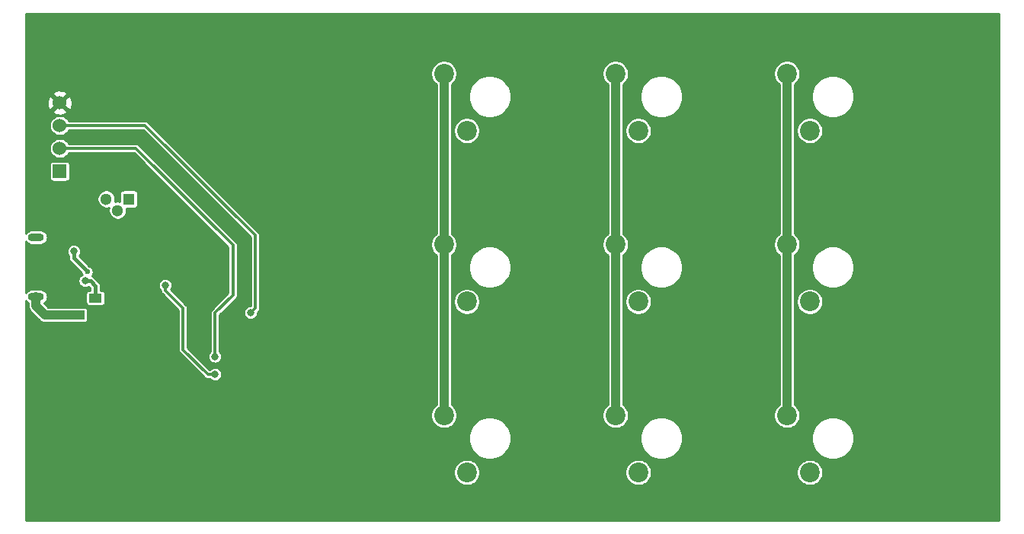
<source format=gbr>
G04 #@! TF.GenerationSoftware,KiCad,Pcbnew,(5.1.4)-1*
G04 #@! TF.CreationDate,2020-06-13T17:24:10-04:00*
G04 #@! TF.ProjectId,Keypad,4b657970-6164-42e6-9b69-6361645f7063,rev?*
G04 #@! TF.SameCoordinates,Original*
G04 #@! TF.FileFunction,Copper,L2,Bot*
G04 #@! TF.FilePolarity,Positive*
%FSLAX46Y46*%
G04 Gerber Fmt 4.6, Leading zero omitted, Abs format (unit mm)*
G04 Created by KiCad (PCBNEW (5.1.4)-1) date 2020-06-13 17:24:10*
%MOMM*%
%LPD*%
G04 APERTURE LIST*
%ADD10C,1.300000*%
%ADD11R,1.300000X1.300000*%
%ADD12R,1.400000X0.975000*%
%ADD13C,1.524000*%
%ADD14R,1.524000X1.524000*%
%ADD15C,2.200000*%
%ADD16C,7.000000*%
%ADD17O,1.800000X0.900000*%
%ADD18C,0.800000*%
%ADD19C,0.600000*%
%ADD20C,0.750000*%
%ADD21C,0.300000*%
%ADD22C,1.000000*%
%ADD23C,0.400000*%
%ADD24C,0.254000*%
G04 APERTURE END LIST*
D10*
X99872800Y-88671400D03*
X98602800Y-87401400D03*
D11*
X101142800Y-87401400D03*
D12*
X97409000Y-98427300D03*
X97409000Y-100302300D03*
X95504000Y-100302300D03*
X95504000Y-98427300D03*
D13*
X93433900Y-79225140D03*
X93433900Y-76685140D03*
X93433900Y-81765140D03*
D14*
X93433900Y-84305140D03*
D15*
X176796700Y-79796640D03*
X174256700Y-73446640D03*
X157736540Y-79796640D03*
X155196540Y-73446640D03*
X138676380Y-79796640D03*
X136136380Y-73446640D03*
X176796700Y-98813620D03*
X174256700Y-92463620D03*
X157736540Y-98813620D03*
X155196540Y-92463620D03*
X138676380Y-98813620D03*
X136136380Y-92463620D03*
X176796700Y-117833140D03*
X174256700Y-111483140D03*
X157736540Y-117833140D03*
X155196540Y-111483140D03*
X138676380Y-117833140D03*
X136136380Y-111483140D03*
D16*
X93560900Y-70716140D03*
X93560900Y-119230140D03*
X193890900Y-119230140D03*
X193890900Y-70716140D03*
D17*
X90817700Y-91673140D03*
X90817700Y-98273140D03*
D18*
X104429560Y-91092020D03*
X123527820Y-101793040D03*
X125432820Y-101793040D03*
X113753900Y-119687340D03*
X109715300Y-117287040D03*
X108572300Y-102834440D03*
X108572300Y-100954840D03*
X108762800Y-110302040D03*
X107442000Y-112143540D03*
X107442000Y-114035840D03*
X106184700Y-119674640D03*
X117678200Y-110314740D03*
X123532900Y-110035340D03*
X103083360Y-115778280D03*
X99402900Y-100561140D03*
X99402900Y-102593140D03*
X104482900Y-100561140D03*
X104482900Y-102593140D03*
X101942900Y-103609140D03*
X99402900Y-104625140D03*
X104482900Y-104625140D03*
X119113300Y-119166640D03*
X122428000Y-114531140D03*
X122428000Y-116436140D03*
X114678900Y-105042140D03*
X119547200Y-105423140D03*
X114287740Y-109923140D03*
X92176600Y-101727000D03*
D19*
X99314000Y-94894400D03*
X96799159Y-94722353D03*
D18*
X94996000Y-96710500D03*
X110705900Y-104929940D03*
X94996000Y-93218000D03*
D19*
X96520000Y-95504000D03*
D18*
X105166160Y-97015300D03*
X110698280Y-106918760D03*
X96248220Y-96507300D03*
X114642900Y-100053140D03*
D20*
X99398060Y-100556300D02*
X99402900Y-100561140D01*
X99144060Y-100302300D02*
X99402900Y-100561140D01*
X97409000Y-100302300D02*
X99144060Y-100302300D01*
D21*
X110629700Y-104853740D02*
X110705900Y-104929940D01*
X110705900Y-100078540D02*
X110705900Y-104929940D01*
X112687100Y-98097340D02*
X110705900Y-100078540D01*
X112687100Y-92544900D02*
X112687100Y-98097340D01*
X93433900Y-81765140D02*
X101907340Y-81765140D01*
X101907340Y-81765140D02*
X112687100Y-92544900D01*
D22*
X136169400Y-75002274D02*
X136169400Y-111546640D01*
X136169400Y-73446640D02*
X136169400Y-75002274D01*
X155219400Y-73446640D02*
X155219400Y-111546640D01*
X174269400Y-75002274D02*
X174269400Y-111546640D01*
X174269400Y-73446640D02*
X174269400Y-75002274D01*
D23*
X94996000Y-93218000D02*
X94996000Y-93980000D01*
X94996000Y-93980000D02*
X96520000Y-95504000D01*
D22*
X91818700Y-100302300D02*
X95504000Y-100302300D01*
X90817700Y-98273140D02*
X90817700Y-99301300D01*
X90817700Y-99301300D02*
X91818700Y-100302300D01*
D21*
X105166160Y-97580985D02*
X107144820Y-99559645D01*
X105166160Y-97015300D02*
X105166160Y-97580985D01*
X107144820Y-99559645D02*
X107144820Y-104178100D01*
X107144820Y-104178100D02*
X109885480Y-106918760D01*
X109885480Y-106918760D02*
X110698280Y-106918760D01*
D23*
X96248220Y-96507300D02*
X96845120Y-96507300D01*
X97409000Y-97071180D02*
X97409000Y-98427300D01*
X96845120Y-96507300D02*
X97409000Y-97071180D01*
D21*
X115150900Y-99545140D02*
X114642900Y-100053140D01*
X115150900Y-91442540D02*
X115150900Y-99545140D01*
X102933500Y-79225140D02*
X115150900Y-91442540D01*
X93433900Y-79225140D02*
X102933500Y-79225140D01*
D24*
G36*
X197806901Y-123146140D02*
G01*
X89644900Y-123146140D01*
X89644900Y-117687668D01*
X137199380Y-117687668D01*
X137199380Y-117978612D01*
X137256140Y-118263965D01*
X137367479Y-118532762D01*
X137529119Y-118774673D01*
X137734847Y-118980401D01*
X137976758Y-119142041D01*
X138245555Y-119253380D01*
X138530908Y-119310140D01*
X138821852Y-119310140D01*
X139107205Y-119253380D01*
X139376002Y-119142041D01*
X139617913Y-118980401D01*
X139823641Y-118774673D01*
X139985281Y-118532762D01*
X140096620Y-118263965D01*
X140153380Y-117978612D01*
X140153380Y-117687668D01*
X156259540Y-117687668D01*
X156259540Y-117978612D01*
X156316300Y-118263965D01*
X156427639Y-118532762D01*
X156589279Y-118774673D01*
X156795007Y-118980401D01*
X157036918Y-119142041D01*
X157305715Y-119253380D01*
X157591068Y-119310140D01*
X157882012Y-119310140D01*
X158167365Y-119253380D01*
X158436162Y-119142041D01*
X158678073Y-118980401D01*
X158883801Y-118774673D01*
X159045441Y-118532762D01*
X159156780Y-118263965D01*
X159213540Y-117978612D01*
X159213540Y-117687668D01*
X175319700Y-117687668D01*
X175319700Y-117978612D01*
X175376460Y-118263965D01*
X175487799Y-118532762D01*
X175649439Y-118774673D01*
X175855167Y-118980401D01*
X176097078Y-119142041D01*
X176365875Y-119253380D01*
X176651228Y-119310140D01*
X176942172Y-119310140D01*
X177227525Y-119253380D01*
X177496322Y-119142041D01*
X177738233Y-118980401D01*
X177943961Y-118774673D01*
X178105601Y-118532762D01*
X178216940Y-118263965D01*
X178273700Y-117978612D01*
X178273700Y-117687668D01*
X178216940Y-117402315D01*
X178105601Y-117133518D01*
X177943961Y-116891607D01*
X177738233Y-116685879D01*
X177496322Y-116524239D01*
X177227525Y-116412900D01*
X176942172Y-116356140D01*
X176651228Y-116356140D01*
X176365875Y-116412900D01*
X176097078Y-116524239D01*
X175855167Y-116685879D01*
X175649439Y-116891607D01*
X175487799Y-117133518D01*
X175376460Y-117402315D01*
X175319700Y-117687668D01*
X159213540Y-117687668D01*
X159156780Y-117402315D01*
X159045441Y-117133518D01*
X158883801Y-116891607D01*
X158678073Y-116685879D01*
X158436162Y-116524239D01*
X158167365Y-116412900D01*
X157882012Y-116356140D01*
X157591068Y-116356140D01*
X157305715Y-116412900D01*
X157036918Y-116524239D01*
X156795007Y-116685879D01*
X156589279Y-116891607D01*
X156427639Y-117133518D01*
X156316300Y-117402315D01*
X156259540Y-117687668D01*
X140153380Y-117687668D01*
X140096620Y-117402315D01*
X139985281Y-117133518D01*
X139823641Y-116891607D01*
X139617913Y-116685879D01*
X139376002Y-116524239D01*
X139107205Y-116412900D01*
X138821852Y-116356140D01*
X138530908Y-116356140D01*
X138245555Y-116412900D01*
X137976758Y-116524239D01*
X137734847Y-116685879D01*
X137529119Y-116891607D01*
X137367479Y-117133518D01*
X137256140Y-117402315D01*
X137199380Y-117687668D01*
X89644900Y-117687668D01*
X89644900Y-113789026D01*
X138839380Y-113789026D01*
X138839380Y-114257254D01*
X138930727Y-114716485D01*
X139109910Y-115149072D01*
X139370044Y-115538389D01*
X139701131Y-115869476D01*
X140090448Y-116129610D01*
X140523035Y-116308793D01*
X140982266Y-116400140D01*
X141450494Y-116400140D01*
X141909725Y-116308793D01*
X142342312Y-116129610D01*
X142731629Y-115869476D01*
X143062716Y-115538389D01*
X143322850Y-115149072D01*
X143502033Y-114716485D01*
X143593380Y-114257254D01*
X143593380Y-113789026D01*
X157899540Y-113789026D01*
X157899540Y-114257254D01*
X157990887Y-114716485D01*
X158170070Y-115149072D01*
X158430204Y-115538389D01*
X158761291Y-115869476D01*
X159150608Y-116129610D01*
X159583195Y-116308793D01*
X160042426Y-116400140D01*
X160510654Y-116400140D01*
X160969885Y-116308793D01*
X161402472Y-116129610D01*
X161791789Y-115869476D01*
X162122876Y-115538389D01*
X162383010Y-115149072D01*
X162562193Y-114716485D01*
X162653540Y-114257254D01*
X162653540Y-113789026D01*
X176959700Y-113789026D01*
X176959700Y-114257254D01*
X177051047Y-114716485D01*
X177230230Y-115149072D01*
X177490364Y-115538389D01*
X177821451Y-115869476D01*
X178210768Y-116129610D01*
X178643355Y-116308793D01*
X179102586Y-116400140D01*
X179570814Y-116400140D01*
X180030045Y-116308793D01*
X180462632Y-116129610D01*
X180851949Y-115869476D01*
X181183036Y-115538389D01*
X181443170Y-115149072D01*
X181622353Y-114716485D01*
X181713700Y-114257254D01*
X181713700Y-113789026D01*
X181622353Y-113329795D01*
X181443170Y-112897208D01*
X181183036Y-112507891D01*
X180851949Y-112176804D01*
X180462632Y-111916670D01*
X180030045Y-111737487D01*
X179570814Y-111646140D01*
X179102586Y-111646140D01*
X178643355Y-111737487D01*
X178210768Y-111916670D01*
X177821451Y-112176804D01*
X177490364Y-112507891D01*
X177230230Y-112897208D01*
X177051047Y-113329795D01*
X176959700Y-113789026D01*
X162653540Y-113789026D01*
X162562193Y-113329795D01*
X162383010Y-112897208D01*
X162122876Y-112507891D01*
X161791789Y-112176804D01*
X161402472Y-111916670D01*
X160969885Y-111737487D01*
X160510654Y-111646140D01*
X160042426Y-111646140D01*
X159583195Y-111737487D01*
X159150608Y-111916670D01*
X158761291Y-112176804D01*
X158430204Y-112507891D01*
X158170070Y-112897208D01*
X157990887Y-113329795D01*
X157899540Y-113789026D01*
X143593380Y-113789026D01*
X143502033Y-113329795D01*
X143322850Y-112897208D01*
X143062716Y-112507891D01*
X142731629Y-112176804D01*
X142342312Y-111916670D01*
X141909725Y-111737487D01*
X141450494Y-111646140D01*
X140982266Y-111646140D01*
X140523035Y-111737487D01*
X140090448Y-111916670D01*
X139701131Y-112176804D01*
X139370044Y-112507891D01*
X139109910Y-112897208D01*
X138930727Y-113329795D01*
X138839380Y-113789026D01*
X89644900Y-113789026D01*
X89644900Y-98675236D01*
X89676748Y-98734819D01*
X89780094Y-98860746D01*
X89906021Y-98964092D01*
X89940701Y-98982629D01*
X89940701Y-99258211D01*
X89936457Y-99301300D01*
X89953390Y-99473222D01*
X90003538Y-99638536D01*
X90084974Y-99790892D01*
X90167106Y-99890971D01*
X90167109Y-99890974D01*
X90194568Y-99924433D01*
X90228027Y-99951892D01*
X91168108Y-100891974D01*
X91195567Y-100925433D01*
X91329108Y-101035027D01*
X91459609Y-101104781D01*
X91481463Y-101116462D01*
X91646777Y-101166610D01*
X91818700Y-101183543D01*
X91861779Y-101179300D01*
X95547079Y-101179300D01*
X95655474Y-101168624D01*
X96204000Y-101168624D01*
X96277905Y-101161345D01*
X96348970Y-101139788D01*
X96414463Y-101104781D01*
X96471869Y-101057669D01*
X96518981Y-101000263D01*
X96553988Y-100934770D01*
X96575545Y-100863705D01*
X96582824Y-100789800D01*
X96582824Y-99814800D01*
X96575545Y-99740895D01*
X96553988Y-99669830D01*
X96518981Y-99604337D01*
X96471869Y-99546931D01*
X96414463Y-99499819D01*
X96348970Y-99464812D01*
X96277905Y-99443255D01*
X96204000Y-99435976D01*
X95655474Y-99435976D01*
X95547079Y-99425300D01*
X92181966Y-99425300D01*
X91723760Y-98967095D01*
X91729379Y-98964092D01*
X91855306Y-98860746D01*
X91958652Y-98734819D01*
X92035445Y-98591150D01*
X92082734Y-98435260D01*
X92098701Y-98273140D01*
X92082734Y-98111020D01*
X92035445Y-97955130D01*
X91958652Y-97811461D01*
X91855306Y-97685534D01*
X91729379Y-97582188D01*
X91585710Y-97505395D01*
X91429820Y-97458106D01*
X91308324Y-97446140D01*
X91112615Y-97446140D01*
X90989621Y-97408830D01*
X90817700Y-97391897D01*
X90645778Y-97408830D01*
X90522784Y-97446140D01*
X90327076Y-97446140D01*
X90205580Y-97458106D01*
X90049690Y-97505395D01*
X89906021Y-97582188D01*
X89780094Y-97685534D01*
X89676748Y-97811461D01*
X89644900Y-97871044D01*
X89644900Y-93141472D01*
X94219000Y-93141472D01*
X94219000Y-93294528D01*
X94248859Y-93444643D01*
X94307431Y-93586048D01*
X94392464Y-93713309D01*
X94419000Y-93739845D01*
X94419000Y-93951669D01*
X94416210Y-93980000D01*
X94427349Y-94093111D01*
X94460344Y-94201876D01*
X94513922Y-94302115D01*
X94520619Y-94310275D01*
X94567963Y-94367964D01*
X94567966Y-94367967D01*
X94586027Y-94389974D01*
X94608034Y-94408035D01*
X95860957Y-95660958D01*
X95869016Y-95701474D01*
X95912107Y-95805503D01*
X95880172Y-95818731D01*
X95752911Y-95903764D01*
X95644684Y-96011991D01*
X95559651Y-96139252D01*
X95501079Y-96280657D01*
X95471220Y-96430772D01*
X95471220Y-96583828D01*
X95501079Y-96733943D01*
X95559651Y-96875348D01*
X95644684Y-97002609D01*
X95752911Y-97110836D01*
X95880172Y-97195869D01*
X96021577Y-97254441D01*
X96171692Y-97284300D01*
X96324748Y-97284300D01*
X96474863Y-97254441D01*
X96616268Y-97195869D01*
X96677065Y-97155246D01*
X96832000Y-97310181D01*
X96832000Y-97560976D01*
X96709000Y-97560976D01*
X96635095Y-97568255D01*
X96564030Y-97589812D01*
X96498537Y-97624819D01*
X96441131Y-97671931D01*
X96394019Y-97729337D01*
X96359012Y-97794830D01*
X96337455Y-97865895D01*
X96330176Y-97939800D01*
X96330176Y-98914800D01*
X96337455Y-98988705D01*
X96359012Y-99059770D01*
X96394019Y-99125263D01*
X96441131Y-99182669D01*
X96498537Y-99229781D01*
X96564030Y-99264788D01*
X96635095Y-99286345D01*
X96709000Y-99293624D01*
X98109000Y-99293624D01*
X98182905Y-99286345D01*
X98253970Y-99264788D01*
X98319463Y-99229781D01*
X98376869Y-99182669D01*
X98423981Y-99125263D01*
X98458988Y-99059770D01*
X98480545Y-98988705D01*
X98487824Y-98914800D01*
X98487824Y-97939800D01*
X98480545Y-97865895D01*
X98458988Y-97794830D01*
X98423981Y-97729337D01*
X98376869Y-97671931D01*
X98319463Y-97624819D01*
X98253970Y-97589812D01*
X98182905Y-97568255D01*
X98109000Y-97560976D01*
X97986000Y-97560976D01*
X97986000Y-97099511D01*
X97988790Y-97071180D01*
X97977651Y-96958068D01*
X97971798Y-96938772D01*
X104389160Y-96938772D01*
X104389160Y-97091828D01*
X104419019Y-97241943D01*
X104477591Y-97383348D01*
X104562624Y-97510609D01*
X104637006Y-97584991D01*
X104646786Y-97684294D01*
X104676921Y-97783634D01*
X104687347Y-97803139D01*
X104725857Y-97875187D01*
X104791713Y-97955433D01*
X104811822Y-97971936D01*
X106617820Y-99777936D01*
X106617821Y-104152209D01*
X106615271Y-104178100D01*
X106625446Y-104281409D01*
X106655581Y-104380749D01*
X106699435Y-104462795D01*
X106704517Y-104472302D01*
X106770373Y-104552548D01*
X106790482Y-104569051D01*
X109494534Y-107273105D01*
X109511032Y-107293208D01*
X109591278Y-107359064D01*
X109682830Y-107407999D01*
X109782170Y-107438134D01*
X109885480Y-107448309D01*
X109911361Y-107445760D01*
X110126435Y-107445760D01*
X110202971Y-107522296D01*
X110330232Y-107607329D01*
X110471637Y-107665901D01*
X110621752Y-107695760D01*
X110774808Y-107695760D01*
X110924923Y-107665901D01*
X111066328Y-107607329D01*
X111193589Y-107522296D01*
X111301816Y-107414069D01*
X111386849Y-107286808D01*
X111445421Y-107145403D01*
X111475280Y-106995288D01*
X111475280Y-106842232D01*
X111445421Y-106692117D01*
X111386849Y-106550712D01*
X111301816Y-106423451D01*
X111193589Y-106315224D01*
X111066328Y-106230191D01*
X110924923Y-106171619D01*
X110774808Y-106141760D01*
X110621752Y-106141760D01*
X110471637Y-106171619D01*
X110330232Y-106230191D01*
X110202971Y-106315224D01*
X110126435Y-106391760D01*
X110103771Y-106391760D01*
X107671820Y-103959811D01*
X107671820Y-99585526D01*
X107674369Y-99559645D01*
X107664194Y-99456335D01*
X107634059Y-99356996D01*
X107634059Y-99356995D01*
X107585124Y-99265443D01*
X107519268Y-99185197D01*
X107499164Y-99168699D01*
X105798286Y-97467821D01*
X105854729Y-97383348D01*
X105913301Y-97241943D01*
X105943160Y-97091828D01*
X105943160Y-96938772D01*
X105913301Y-96788657D01*
X105854729Y-96647252D01*
X105769696Y-96519991D01*
X105661469Y-96411764D01*
X105534208Y-96326731D01*
X105392803Y-96268159D01*
X105242688Y-96238300D01*
X105089632Y-96238300D01*
X104939517Y-96268159D01*
X104798112Y-96326731D01*
X104670851Y-96411764D01*
X104562624Y-96519991D01*
X104477591Y-96647252D01*
X104419019Y-96788657D01*
X104389160Y-96938772D01*
X97971798Y-96938772D01*
X97952557Y-96875348D01*
X97944657Y-96849304D01*
X97891079Y-96749065D01*
X97818974Y-96661206D01*
X97796963Y-96643142D01*
X97273159Y-96119338D01*
X97255094Y-96097326D01*
X97167235Y-96025221D01*
X97066996Y-95971643D01*
X97023097Y-95958326D01*
X97045860Y-95935563D01*
X97119950Y-95824680D01*
X97170984Y-95701474D01*
X97197000Y-95570679D01*
X97197000Y-95437321D01*
X97170984Y-95306526D01*
X97119950Y-95183320D01*
X97045860Y-95072437D01*
X96951563Y-94978140D01*
X96840680Y-94904050D01*
X96717474Y-94853016D01*
X96676958Y-94844957D01*
X95573000Y-93740999D01*
X95573000Y-93739845D01*
X95599536Y-93713309D01*
X95684569Y-93586048D01*
X95743141Y-93444643D01*
X95773000Y-93294528D01*
X95773000Y-93141472D01*
X95743141Y-92991357D01*
X95684569Y-92849952D01*
X95599536Y-92722691D01*
X95491309Y-92614464D01*
X95364048Y-92529431D01*
X95222643Y-92470859D01*
X95072528Y-92441000D01*
X94919472Y-92441000D01*
X94769357Y-92470859D01*
X94627952Y-92529431D01*
X94500691Y-92614464D01*
X94392464Y-92722691D01*
X94307431Y-92849952D01*
X94248859Y-92991357D01*
X94219000Y-93141472D01*
X89644900Y-93141472D01*
X89644900Y-92075236D01*
X89676748Y-92134819D01*
X89780094Y-92260746D01*
X89906021Y-92364092D01*
X90049690Y-92440885D01*
X90205580Y-92488174D01*
X90327076Y-92500140D01*
X91308324Y-92500140D01*
X91429820Y-92488174D01*
X91585710Y-92440885D01*
X91729379Y-92364092D01*
X91855306Y-92260746D01*
X91958652Y-92134819D01*
X92035445Y-91991150D01*
X92082734Y-91835260D01*
X92098701Y-91673140D01*
X92082734Y-91511020D01*
X92035445Y-91355130D01*
X91958652Y-91211461D01*
X91855306Y-91085534D01*
X91729379Y-90982188D01*
X91585710Y-90905395D01*
X91429820Y-90858106D01*
X91308324Y-90846140D01*
X90327076Y-90846140D01*
X90205580Y-90858106D01*
X90049690Y-90905395D01*
X89906021Y-90982188D01*
X89780094Y-91085534D01*
X89676748Y-91211461D01*
X89644900Y-91271044D01*
X89644900Y-87300249D01*
X97575800Y-87300249D01*
X97575800Y-87502551D01*
X97615267Y-87700965D01*
X97692685Y-87887867D01*
X97805077Y-88056074D01*
X97948126Y-88199123D01*
X98116333Y-88311515D01*
X98303235Y-88388933D01*
X98501649Y-88428400D01*
X98703951Y-88428400D01*
X98881022Y-88393178D01*
X98845800Y-88570249D01*
X98845800Y-88772551D01*
X98885267Y-88970965D01*
X98962685Y-89157867D01*
X99075077Y-89326074D01*
X99218126Y-89469123D01*
X99386333Y-89581515D01*
X99573235Y-89658933D01*
X99771649Y-89698400D01*
X99973951Y-89698400D01*
X100172365Y-89658933D01*
X100359267Y-89581515D01*
X100527474Y-89469123D01*
X100670523Y-89326074D01*
X100782915Y-89157867D01*
X100860333Y-88970965D01*
X100899800Y-88772551D01*
X100899800Y-88570249D01*
X100871947Y-88430224D01*
X101792800Y-88430224D01*
X101866705Y-88422945D01*
X101937770Y-88401388D01*
X102003263Y-88366381D01*
X102060669Y-88319269D01*
X102107781Y-88261863D01*
X102142788Y-88196370D01*
X102164345Y-88125305D01*
X102171624Y-88051400D01*
X102171624Y-86751400D01*
X102164345Y-86677495D01*
X102142788Y-86606430D01*
X102107781Y-86540937D01*
X102060669Y-86483531D01*
X102003263Y-86436419D01*
X101937770Y-86401412D01*
X101866705Y-86379855D01*
X101792800Y-86372576D01*
X100492800Y-86372576D01*
X100418895Y-86379855D01*
X100347830Y-86401412D01*
X100282337Y-86436419D01*
X100224931Y-86483531D01*
X100177819Y-86540937D01*
X100142812Y-86606430D01*
X100121255Y-86677495D01*
X100113976Y-86751400D01*
X100113976Y-87672253D01*
X99973951Y-87644400D01*
X99771649Y-87644400D01*
X99594578Y-87679622D01*
X99629800Y-87502551D01*
X99629800Y-87300249D01*
X99590333Y-87101835D01*
X99512915Y-86914933D01*
X99400523Y-86746726D01*
X99257474Y-86603677D01*
X99089267Y-86491285D01*
X98902365Y-86413867D01*
X98703951Y-86374400D01*
X98501649Y-86374400D01*
X98303235Y-86413867D01*
X98116333Y-86491285D01*
X97948126Y-86603677D01*
X97805077Y-86746726D01*
X97692685Y-86914933D01*
X97615267Y-87101835D01*
X97575800Y-87300249D01*
X89644900Y-87300249D01*
X89644900Y-83543140D01*
X92293076Y-83543140D01*
X92293076Y-85067140D01*
X92300355Y-85141045D01*
X92321912Y-85212110D01*
X92356919Y-85277603D01*
X92404031Y-85335009D01*
X92461437Y-85382121D01*
X92526930Y-85417128D01*
X92597995Y-85438685D01*
X92671900Y-85445964D01*
X94195900Y-85445964D01*
X94269805Y-85438685D01*
X94340870Y-85417128D01*
X94406363Y-85382121D01*
X94463769Y-85335009D01*
X94510881Y-85277603D01*
X94545888Y-85212110D01*
X94567445Y-85141045D01*
X94574724Y-85067140D01*
X94574724Y-83543140D01*
X94567445Y-83469235D01*
X94545888Y-83398170D01*
X94510881Y-83332677D01*
X94463769Y-83275271D01*
X94406363Y-83228159D01*
X94340870Y-83193152D01*
X94269805Y-83171595D01*
X94195900Y-83164316D01*
X92671900Y-83164316D01*
X92597995Y-83171595D01*
X92526930Y-83193152D01*
X92461437Y-83228159D01*
X92404031Y-83275271D01*
X92356919Y-83332677D01*
X92321912Y-83398170D01*
X92300355Y-83469235D01*
X92293076Y-83543140D01*
X89644900Y-83543140D01*
X89644900Y-81652958D01*
X92294900Y-81652958D01*
X92294900Y-81877322D01*
X92338671Y-82097374D01*
X92424531Y-82304659D01*
X92549181Y-82491210D01*
X92707830Y-82649859D01*
X92894381Y-82774509D01*
X93101666Y-82860369D01*
X93321718Y-82904140D01*
X93546082Y-82904140D01*
X93766134Y-82860369D01*
X93973419Y-82774509D01*
X94159970Y-82649859D01*
X94318619Y-82491210D01*
X94443269Y-82304659D01*
X94448455Y-82292140D01*
X101689051Y-82292140D01*
X112160100Y-92763191D01*
X112160101Y-97879049D01*
X110351566Y-99687585D01*
X110331452Y-99704092D01*
X110265596Y-99784338D01*
X110236196Y-99839343D01*
X110216661Y-99875891D01*
X110186526Y-99975231D01*
X110176351Y-100078540D01*
X110178900Y-100104421D01*
X110178901Y-104358094D01*
X110102364Y-104434631D01*
X110017331Y-104561892D01*
X109958759Y-104703297D01*
X109928900Y-104853412D01*
X109928900Y-105006468D01*
X109958759Y-105156583D01*
X110017331Y-105297988D01*
X110102364Y-105425249D01*
X110210591Y-105533476D01*
X110337852Y-105618509D01*
X110479257Y-105677081D01*
X110629372Y-105706940D01*
X110782428Y-105706940D01*
X110932543Y-105677081D01*
X111073948Y-105618509D01*
X111201209Y-105533476D01*
X111309436Y-105425249D01*
X111394469Y-105297988D01*
X111453041Y-105156583D01*
X111482900Y-105006468D01*
X111482900Y-104853412D01*
X111453041Y-104703297D01*
X111394469Y-104561892D01*
X111309436Y-104434631D01*
X111232900Y-104358095D01*
X111232900Y-100296829D01*
X113041439Y-98488291D01*
X113061548Y-98471788D01*
X113127404Y-98391542D01*
X113176339Y-98299990D01*
X113206474Y-98200650D01*
X113214100Y-98123221D01*
X113216649Y-98097340D01*
X113214100Y-98071459D01*
X113214100Y-92570781D01*
X113216649Y-92544900D01*
X113206474Y-92441590D01*
X113176339Y-92342251D01*
X113176339Y-92342250D01*
X113127404Y-92250698D01*
X113061548Y-92170452D01*
X113041445Y-92153954D01*
X102298295Y-81410806D01*
X102281788Y-81390692D01*
X102201542Y-81324836D01*
X102109990Y-81275901D01*
X102010650Y-81245766D01*
X101933221Y-81238140D01*
X101907340Y-81235591D01*
X101881459Y-81238140D01*
X94448455Y-81238140D01*
X94443269Y-81225621D01*
X94318619Y-81039070D01*
X94159970Y-80880421D01*
X93973419Y-80755771D01*
X93766134Y-80669911D01*
X93546082Y-80626140D01*
X93321718Y-80626140D01*
X93101666Y-80669911D01*
X92894381Y-80755771D01*
X92707830Y-80880421D01*
X92549181Y-81039070D01*
X92424531Y-81225621D01*
X92338671Y-81432906D01*
X92294900Y-81652958D01*
X89644900Y-81652958D01*
X89644900Y-79112958D01*
X92294900Y-79112958D01*
X92294900Y-79337322D01*
X92338671Y-79557374D01*
X92424531Y-79764659D01*
X92549181Y-79951210D01*
X92707830Y-80109859D01*
X92894381Y-80234509D01*
X93101666Y-80320369D01*
X93321718Y-80364140D01*
X93546082Y-80364140D01*
X93766134Y-80320369D01*
X93973419Y-80234509D01*
X94159970Y-80109859D01*
X94318619Y-79951210D01*
X94443269Y-79764659D01*
X94448455Y-79752140D01*
X102715211Y-79752140D01*
X114623900Y-91660831D01*
X114623901Y-99276140D01*
X114566372Y-99276140D01*
X114416257Y-99305999D01*
X114274852Y-99364571D01*
X114147591Y-99449604D01*
X114039364Y-99557831D01*
X113954331Y-99685092D01*
X113895759Y-99826497D01*
X113865900Y-99976612D01*
X113865900Y-100129668D01*
X113895759Y-100279783D01*
X113954331Y-100421188D01*
X114039364Y-100548449D01*
X114147591Y-100656676D01*
X114274852Y-100741709D01*
X114416257Y-100800281D01*
X114566372Y-100830140D01*
X114719428Y-100830140D01*
X114869543Y-100800281D01*
X115010948Y-100741709D01*
X115138209Y-100656676D01*
X115246436Y-100548449D01*
X115331469Y-100421188D01*
X115390041Y-100279783D01*
X115419900Y-100129668D01*
X115419900Y-100021430D01*
X115505239Y-99936091D01*
X115525348Y-99919588D01*
X115591204Y-99839342D01*
X115640139Y-99747790D01*
X115670274Y-99648450D01*
X115677900Y-99571021D01*
X115677900Y-99571019D01*
X115680449Y-99545141D01*
X115677900Y-99519263D01*
X115677900Y-91468421D01*
X115680449Y-91442540D01*
X115670274Y-91339230D01*
X115640139Y-91239891D01*
X115640139Y-91239890D01*
X115591204Y-91148338D01*
X115525348Y-91068092D01*
X115505245Y-91051594D01*
X103324455Y-78870806D01*
X103307948Y-78850692D01*
X103227702Y-78784836D01*
X103136150Y-78735901D01*
X103036810Y-78705766D01*
X102959381Y-78698140D01*
X102933500Y-78695591D01*
X102907619Y-78698140D01*
X94448455Y-78698140D01*
X94443269Y-78685621D01*
X94318619Y-78499070D01*
X94159970Y-78340421D01*
X93973419Y-78215771D01*
X93766134Y-78129911D01*
X93546082Y-78086140D01*
X93511958Y-78086140D01*
X93778033Y-78046062D01*
X94036923Y-77952776D01*
X94152880Y-77890796D01*
X94219860Y-77650705D01*
X93433900Y-76864745D01*
X92647940Y-77650705D01*
X92714920Y-77890796D01*
X92963948Y-78007896D01*
X93231035Y-78074163D01*
X93486507Y-78086140D01*
X93321718Y-78086140D01*
X93101666Y-78129911D01*
X92894381Y-78215771D01*
X92707830Y-78340421D01*
X92549181Y-78499070D01*
X92424531Y-78685621D01*
X92338671Y-78892906D01*
X92294900Y-79112958D01*
X89644900Y-79112958D01*
X89644900Y-76757157D01*
X92031990Y-76757157D01*
X92072978Y-77029273D01*
X92166264Y-77288163D01*
X92228244Y-77404120D01*
X92468335Y-77471100D01*
X93254295Y-76685140D01*
X93613505Y-76685140D01*
X94399465Y-77471100D01*
X94639556Y-77404120D01*
X94756656Y-77155092D01*
X94822923Y-76888005D01*
X94835810Y-76613123D01*
X94794822Y-76341007D01*
X94701536Y-76082117D01*
X94639556Y-75966160D01*
X94399465Y-75899180D01*
X93613505Y-76685140D01*
X93254295Y-76685140D01*
X92468335Y-75899180D01*
X92228244Y-75966160D01*
X92111144Y-76215188D01*
X92044877Y-76482275D01*
X92031990Y-76757157D01*
X89644900Y-76757157D01*
X89644900Y-75719575D01*
X92647940Y-75719575D01*
X93433900Y-76505535D01*
X94219860Y-75719575D01*
X94152880Y-75479484D01*
X93903852Y-75362384D01*
X93636765Y-75296117D01*
X93361883Y-75283230D01*
X93089767Y-75324218D01*
X92830877Y-75417504D01*
X92714920Y-75479484D01*
X92647940Y-75719575D01*
X89644900Y-75719575D01*
X89644900Y-73301168D01*
X134659380Y-73301168D01*
X134659380Y-73592112D01*
X134716140Y-73877465D01*
X134827479Y-74146262D01*
X134989119Y-74388173D01*
X135194847Y-74593901D01*
X135292401Y-74659084D01*
X135292401Y-74959186D01*
X135292400Y-74959196D01*
X135292400Y-91251176D01*
X135194847Y-91316359D01*
X134989119Y-91522087D01*
X134827479Y-91763998D01*
X134716140Y-92032795D01*
X134659380Y-92318148D01*
X134659380Y-92609092D01*
X134716140Y-92894445D01*
X134827479Y-93163242D01*
X134989119Y-93405153D01*
X135194847Y-93610881D01*
X135292401Y-93676064D01*
X135292401Y-110270695D01*
X135194847Y-110335879D01*
X134989119Y-110541607D01*
X134827479Y-110783518D01*
X134716140Y-111052315D01*
X134659380Y-111337668D01*
X134659380Y-111628612D01*
X134716140Y-111913965D01*
X134827479Y-112182762D01*
X134989119Y-112424673D01*
X135194847Y-112630401D01*
X135436758Y-112792041D01*
X135705555Y-112903380D01*
X135990908Y-112960140D01*
X136281852Y-112960140D01*
X136567205Y-112903380D01*
X136836002Y-112792041D01*
X137077913Y-112630401D01*
X137283641Y-112424673D01*
X137445281Y-112182762D01*
X137556620Y-111913965D01*
X137613380Y-111628612D01*
X137613380Y-111337668D01*
X137556620Y-111052315D01*
X137445281Y-110783518D01*
X137283641Y-110541607D01*
X137077913Y-110335879D01*
X137046400Y-110314823D01*
X137046400Y-98668148D01*
X137199380Y-98668148D01*
X137199380Y-98959092D01*
X137256140Y-99244445D01*
X137367479Y-99513242D01*
X137529119Y-99755153D01*
X137734847Y-99960881D01*
X137976758Y-100122521D01*
X138245555Y-100233860D01*
X138530908Y-100290620D01*
X138821852Y-100290620D01*
X139107205Y-100233860D01*
X139376002Y-100122521D01*
X139617913Y-99960881D01*
X139823641Y-99755153D01*
X139985281Y-99513242D01*
X140096620Y-99244445D01*
X140153380Y-98959092D01*
X140153380Y-98668148D01*
X140096620Y-98382795D01*
X139985281Y-98113998D01*
X139823641Y-97872087D01*
X139617913Y-97666359D01*
X139376002Y-97504719D01*
X139107205Y-97393380D01*
X138821852Y-97336620D01*
X138530908Y-97336620D01*
X138245555Y-97393380D01*
X137976758Y-97504719D01*
X137734847Y-97666359D01*
X137529119Y-97872087D01*
X137367479Y-98113998D01*
X137256140Y-98382795D01*
X137199380Y-98668148D01*
X137046400Y-98668148D01*
X137046400Y-94769506D01*
X138839380Y-94769506D01*
X138839380Y-95237734D01*
X138930727Y-95696965D01*
X139109910Y-96129552D01*
X139370044Y-96518869D01*
X139701131Y-96849956D01*
X140090448Y-97110090D01*
X140523035Y-97289273D01*
X140982266Y-97380620D01*
X141450494Y-97380620D01*
X141909725Y-97289273D01*
X142342312Y-97110090D01*
X142731629Y-96849956D01*
X143062716Y-96518869D01*
X143322850Y-96129552D01*
X143502033Y-95696965D01*
X143593380Y-95237734D01*
X143593380Y-94769506D01*
X143502033Y-94310275D01*
X143322850Y-93877688D01*
X143062716Y-93488371D01*
X142731629Y-93157284D01*
X142342312Y-92897150D01*
X141909725Y-92717967D01*
X141450494Y-92626620D01*
X140982266Y-92626620D01*
X140523035Y-92717967D01*
X140090448Y-92897150D01*
X139701131Y-93157284D01*
X139370044Y-93488371D01*
X139109910Y-93877688D01*
X138930727Y-94310275D01*
X138839380Y-94769506D01*
X137046400Y-94769506D01*
X137046400Y-93631937D01*
X137077913Y-93610881D01*
X137283641Y-93405153D01*
X137445281Y-93163242D01*
X137556620Y-92894445D01*
X137613380Y-92609092D01*
X137613380Y-92318148D01*
X137556620Y-92032795D01*
X137445281Y-91763998D01*
X137283641Y-91522087D01*
X137077913Y-91316359D01*
X137046400Y-91295303D01*
X137046400Y-79651168D01*
X137199380Y-79651168D01*
X137199380Y-79942112D01*
X137256140Y-80227465D01*
X137367479Y-80496262D01*
X137529119Y-80738173D01*
X137734847Y-80943901D01*
X137976758Y-81105541D01*
X138245555Y-81216880D01*
X138530908Y-81273640D01*
X138821852Y-81273640D01*
X139107205Y-81216880D01*
X139376002Y-81105541D01*
X139617913Y-80943901D01*
X139823641Y-80738173D01*
X139985281Y-80496262D01*
X140096620Y-80227465D01*
X140153380Y-79942112D01*
X140153380Y-79651168D01*
X140096620Y-79365815D01*
X139985281Y-79097018D01*
X139823641Y-78855107D01*
X139617913Y-78649379D01*
X139376002Y-78487739D01*
X139107205Y-78376400D01*
X138821852Y-78319640D01*
X138530908Y-78319640D01*
X138245555Y-78376400D01*
X137976758Y-78487739D01*
X137734847Y-78649379D01*
X137529119Y-78855107D01*
X137367479Y-79097018D01*
X137256140Y-79365815D01*
X137199380Y-79651168D01*
X137046400Y-79651168D01*
X137046400Y-75752526D01*
X138839380Y-75752526D01*
X138839380Y-76220754D01*
X138930727Y-76679985D01*
X139109910Y-77112572D01*
X139370044Y-77501889D01*
X139701131Y-77832976D01*
X140090448Y-78093110D01*
X140523035Y-78272293D01*
X140982266Y-78363640D01*
X141450494Y-78363640D01*
X141909725Y-78272293D01*
X142342312Y-78093110D01*
X142731629Y-77832976D01*
X143062716Y-77501889D01*
X143322850Y-77112572D01*
X143502033Y-76679985D01*
X143593380Y-76220754D01*
X143593380Y-75752526D01*
X143502033Y-75293295D01*
X143322850Y-74860708D01*
X143062716Y-74471391D01*
X142731629Y-74140304D01*
X142342312Y-73880170D01*
X141909725Y-73700987D01*
X141450494Y-73609640D01*
X140982266Y-73609640D01*
X140523035Y-73700987D01*
X140090448Y-73880170D01*
X139701131Y-74140304D01*
X139370044Y-74471391D01*
X139109910Y-74860708D01*
X138930727Y-75293295D01*
X138839380Y-75752526D01*
X137046400Y-75752526D01*
X137046400Y-74614957D01*
X137077913Y-74593901D01*
X137283641Y-74388173D01*
X137445281Y-74146262D01*
X137556620Y-73877465D01*
X137613380Y-73592112D01*
X137613380Y-73301168D01*
X153719540Y-73301168D01*
X153719540Y-73592112D01*
X153776300Y-73877465D01*
X153887639Y-74146262D01*
X154049279Y-74388173D01*
X154255007Y-74593901D01*
X154342400Y-74652295D01*
X154342400Y-91257964D01*
X154255007Y-91316359D01*
X154049279Y-91522087D01*
X153887639Y-91763998D01*
X153776300Y-92032795D01*
X153719540Y-92318148D01*
X153719540Y-92609092D01*
X153776300Y-92894445D01*
X153887639Y-93163242D01*
X154049279Y-93405153D01*
X154255007Y-93610881D01*
X154342401Y-93669276D01*
X154342401Y-110277484D01*
X154255007Y-110335879D01*
X154049279Y-110541607D01*
X153887639Y-110783518D01*
X153776300Y-111052315D01*
X153719540Y-111337668D01*
X153719540Y-111628612D01*
X153776300Y-111913965D01*
X153887639Y-112182762D01*
X154049279Y-112424673D01*
X154255007Y-112630401D01*
X154496918Y-112792041D01*
X154765715Y-112903380D01*
X155051068Y-112960140D01*
X155342012Y-112960140D01*
X155627365Y-112903380D01*
X155896162Y-112792041D01*
X156138073Y-112630401D01*
X156343801Y-112424673D01*
X156505441Y-112182762D01*
X156616780Y-111913965D01*
X156673540Y-111628612D01*
X156673540Y-111337668D01*
X156616780Y-111052315D01*
X156505441Y-110783518D01*
X156343801Y-110541607D01*
X156138073Y-110335879D01*
X156096400Y-110308034D01*
X156096400Y-98668148D01*
X156259540Y-98668148D01*
X156259540Y-98959092D01*
X156316300Y-99244445D01*
X156427639Y-99513242D01*
X156589279Y-99755153D01*
X156795007Y-99960881D01*
X157036918Y-100122521D01*
X157305715Y-100233860D01*
X157591068Y-100290620D01*
X157882012Y-100290620D01*
X158167365Y-100233860D01*
X158436162Y-100122521D01*
X158678073Y-99960881D01*
X158883801Y-99755153D01*
X159045441Y-99513242D01*
X159156780Y-99244445D01*
X159213540Y-98959092D01*
X159213540Y-98668148D01*
X159156780Y-98382795D01*
X159045441Y-98113998D01*
X158883801Y-97872087D01*
X158678073Y-97666359D01*
X158436162Y-97504719D01*
X158167365Y-97393380D01*
X157882012Y-97336620D01*
X157591068Y-97336620D01*
X157305715Y-97393380D01*
X157036918Y-97504719D01*
X156795007Y-97666359D01*
X156589279Y-97872087D01*
X156427639Y-98113998D01*
X156316300Y-98382795D01*
X156259540Y-98668148D01*
X156096400Y-98668148D01*
X156096400Y-94769506D01*
X157899540Y-94769506D01*
X157899540Y-95237734D01*
X157990887Y-95696965D01*
X158170070Y-96129552D01*
X158430204Y-96518869D01*
X158761291Y-96849956D01*
X159150608Y-97110090D01*
X159583195Y-97289273D01*
X160042426Y-97380620D01*
X160510654Y-97380620D01*
X160969885Y-97289273D01*
X161402472Y-97110090D01*
X161791789Y-96849956D01*
X162122876Y-96518869D01*
X162383010Y-96129552D01*
X162562193Y-95696965D01*
X162653540Y-95237734D01*
X162653540Y-94769506D01*
X162562193Y-94310275D01*
X162383010Y-93877688D01*
X162122876Y-93488371D01*
X161791789Y-93157284D01*
X161402472Y-92897150D01*
X160969885Y-92717967D01*
X160510654Y-92626620D01*
X160042426Y-92626620D01*
X159583195Y-92717967D01*
X159150608Y-92897150D01*
X158761291Y-93157284D01*
X158430204Y-93488371D01*
X158170070Y-93877688D01*
X157990887Y-94310275D01*
X157899540Y-94769506D01*
X156096400Y-94769506D01*
X156096400Y-93638726D01*
X156138073Y-93610881D01*
X156343801Y-93405153D01*
X156505441Y-93163242D01*
X156616780Y-92894445D01*
X156673540Y-92609092D01*
X156673540Y-92318148D01*
X156616780Y-92032795D01*
X156505441Y-91763998D01*
X156343801Y-91522087D01*
X156138073Y-91316359D01*
X156096400Y-91288514D01*
X156096400Y-79651168D01*
X156259540Y-79651168D01*
X156259540Y-79942112D01*
X156316300Y-80227465D01*
X156427639Y-80496262D01*
X156589279Y-80738173D01*
X156795007Y-80943901D01*
X157036918Y-81105541D01*
X157305715Y-81216880D01*
X157591068Y-81273640D01*
X157882012Y-81273640D01*
X158167365Y-81216880D01*
X158436162Y-81105541D01*
X158678073Y-80943901D01*
X158883801Y-80738173D01*
X159045441Y-80496262D01*
X159156780Y-80227465D01*
X159213540Y-79942112D01*
X159213540Y-79651168D01*
X159156780Y-79365815D01*
X159045441Y-79097018D01*
X158883801Y-78855107D01*
X158678073Y-78649379D01*
X158436162Y-78487739D01*
X158167365Y-78376400D01*
X157882012Y-78319640D01*
X157591068Y-78319640D01*
X157305715Y-78376400D01*
X157036918Y-78487739D01*
X156795007Y-78649379D01*
X156589279Y-78855107D01*
X156427639Y-79097018D01*
X156316300Y-79365815D01*
X156259540Y-79651168D01*
X156096400Y-79651168D01*
X156096400Y-75752526D01*
X157899540Y-75752526D01*
X157899540Y-76220754D01*
X157990887Y-76679985D01*
X158170070Y-77112572D01*
X158430204Y-77501889D01*
X158761291Y-77832976D01*
X159150608Y-78093110D01*
X159583195Y-78272293D01*
X160042426Y-78363640D01*
X160510654Y-78363640D01*
X160969885Y-78272293D01*
X161402472Y-78093110D01*
X161791789Y-77832976D01*
X162122876Y-77501889D01*
X162383010Y-77112572D01*
X162562193Y-76679985D01*
X162653540Y-76220754D01*
X162653540Y-75752526D01*
X162562193Y-75293295D01*
X162383010Y-74860708D01*
X162122876Y-74471391D01*
X161791789Y-74140304D01*
X161402472Y-73880170D01*
X160969885Y-73700987D01*
X160510654Y-73609640D01*
X160042426Y-73609640D01*
X159583195Y-73700987D01*
X159150608Y-73880170D01*
X158761291Y-74140304D01*
X158430204Y-74471391D01*
X158170070Y-74860708D01*
X157990887Y-75293295D01*
X157899540Y-75752526D01*
X156096400Y-75752526D01*
X156096400Y-74621746D01*
X156138073Y-74593901D01*
X156343801Y-74388173D01*
X156505441Y-74146262D01*
X156616780Y-73877465D01*
X156673540Y-73592112D01*
X156673540Y-73301168D01*
X172779700Y-73301168D01*
X172779700Y-73592112D01*
X172836460Y-73877465D01*
X172947799Y-74146262D01*
X173109439Y-74388173D01*
X173315167Y-74593901D01*
X173392401Y-74645507D01*
X173392401Y-74959186D01*
X173392400Y-74959196D01*
X173392400Y-91264753D01*
X173315167Y-91316359D01*
X173109439Y-91522087D01*
X172947799Y-91763998D01*
X172836460Y-92032795D01*
X172779700Y-92318148D01*
X172779700Y-92609092D01*
X172836460Y-92894445D01*
X172947799Y-93163242D01*
X173109439Y-93405153D01*
X173315167Y-93610881D01*
X173392401Y-93662487D01*
X173392401Y-110284273D01*
X173315167Y-110335879D01*
X173109439Y-110541607D01*
X172947799Y-110783518D01*
X172836460Y-111052315D01*
X172779700Y-111337668D01*
X172779700Y-111628612D01*
X172836460Y-111913965D01*
X172947799Y-112182762D01*
X173109439Y-112424673D01*
X173315167Y-112630401D01*
X173557078Y-112792041D01*
X173825875Y-112903380D01*
X174111228Y-112960140D01*
X174402172Y-112960140D01*
X174687525Y-112903380D01*
X174956322Y-112792041D01*
X175198233Y-112630401D01*
X175403961Y-112424673D01*
X175565601Y-112182762D01*
X175676940Y-111913965D01*
X175733700Y-111628612D01*
X175733700Y-111337668D01*
X175676940Y-111052315D01*
X175565601Y-110783518D01*
X175403961Y-110541607D01*
X175198233Y-110335879D01*
X175146400Y-110301245D01*
X175146400Y-98668148D01*
X175319700Y-98668148D01*
X175319700Y-98959092D01*
X175376460Y-99244445D01*
X175487799Y-99513242D01*
X175649439Y-99755153D01*
X175855167Y-99960881D01*
X176097078Y-100122521D01*
X176365875Y-100233860D01*
X176651228Y-100290620D01*
X176942172Y-100290620D01*
X177227525Y-100233860D01*
X177496322Y-100122521D01*
X177738233Y-99960881D01*
X177943961Y-99755153D01*
X178105601Y-99513242D01*
X178216940Y-99244445D01*
X178273700Y-98959092D01*
X178273700Y-98668148D01*
X178216940Y-98382795D01*
X178105601Y-98113998D01*
X177943961Y-97872087D01*
X177738233Y-97666359D01*
X177496322Y-97504719D01*
X177227525Y-97393380D01*
X176942172Y-97336620D01*
X176651228Y-97336620D01*
X176365875Y-97393380D01*
X176097078Y-97504719D01*
X175855167Y-97666359D01*
X175649439Y-97872087D01*
X175487799Y-98113998D01*
X175376460Y-98382795D01*
X175319700Y-98668148D01*
X175146400Y-98668148D01*
X175146400Y-94769506D01*
X176959700Y-94769506D01*
X176959700Y-95237734D01*
X177051047Y-95696965D01*
X177230230Y-96129552D01*
X177490364Y-96518869D01*
X177821451Y-96849956D01*
X178210768Y-97110090D01*
X178643355Y-97289273D01*
X179102586Y-97380620D01*
X179570814Y-97380620D01*
X180030045Y-97289273D01*
X180462632Y-97110090D01*
X180851949Y-96849956D01*
X181183036Y-96518869D01*
X181443170Y-96129552D01*
X181622353Y-95696965D01*
X181713700Y-95237734D01*
X181713700Y-94769506D01*
X181622353Y-94310275D01*
X181443170Y-93877688D01*
X181183036Y-93488371D01*
X180851949Y-93157284D01*
X180462632Y-92897150D01*
X180030045Y-92717967D01*
X179570814Y-92626620D01*
X179102586Y-92626620D01*
X178643355Y-92717967D01*
X178210768Y-92897150D01*
X177821451Y-93157284D01*
X177490364Y-93488371D01*
X177230230Y-93877688D01*
X177051047Y-94310275D01*
X176959700Y-94769506D01*
X175146400Y-94769506D01*
X175146400Y-93645515D01*
X175198233Y-93610881D01*
X175403961Y-93405153D01*
X175565601Y-93163242D01*
X175676940Y-92894445D01*
X175733700Y-92609092D01*
X175733700Y-92318148D01*
X175676940Y-92032795D01*
X175565601Y-91763998D01*
X175403961Y-91522087D01*
X175198233Y-91316359D01*
X175146400Y-91281725D01*
X175146400Y-79651168D01*
X175319700Y-79651168D01*
X175319700Y-79942112D01*
X175376460Y-80227465D01*
X175487799Y-80496262D01*
X175649439Y-80738173D01*
X175855167Y-80943901D01*
X176097078Y-81105541D01*
X176365875Y-81216880D01*
X176651228Y-81273640D01*
X176942172Y-81273640D01*
X177227525Y-81216880D01*
X177496322Y-81105541D01*
X177738233Y-80943901D01*
X177943961Y-80738173D01*
X178105601Y-80496262D01*
X178216940Y-80227465D01*
X178273700Y-79942112D01*
X178273700Y-79651168D01*
X178216940Y-79365815D01*
X178105601Y-79097018D01*
X177943961Y-78855107D01*
X177738233Y-78649379D01*
X177496322Y-78487739D01*
X177227525Y-78376400D01*
X176942172Y-78319640D01*
X176651228Y-78319640D01*
X176365875Y-78376400D01*
X176097078Y-78487739D01*
X175855167Y-78649379D01*
X175649439Y-78855107D01*
X175487799Y-79097018D01*
X175376460Y-79365815D01*
X175319700Y-79651168D01*
X175146400Y-79651168D01*
X175146400Y-75752526D01*
X176959700Y-75752526D01*
X176959700Y-76220754D01*
X177051047Y-76679985D01*
X177230230Y-77112572D01*
X177490364Y-77501889D01*
X177821451Y-77832976D01*
X178210768Y-78093110D01*
X178643355Y-78272293D01*
X179102586Y-78363640D01*
X179570814Y-78363640D01*
X180030045Y-78272293D01*
X180462632Y-78093110D01*
X180851949Y-77832976D01*
X181183036Y-77501889D01*
X181443170Y-77112572D01*
X181622353Y-76679985D01*
X181713700Y-76220754D01*
X181713700Y-75752526D01*
X181622353Y-75293295D01*
X181443170Y-74860708D01*
X181183036Y-74471391D01*
X180851949Y-74140304D01*
X180462632Y-73880170D01*
X180030045Y-73700987D01*
X179570814Y-73609640D01*
X179102586Y-73609640D01*
X178643355Y-73700987D01*
X178210768Y-73880170D01*
X177821451Y-74140304D01*
X177490364Y-74471391D01*
X177230230Y-74860708D01*
X177051047Y-75293295D01*
X176959700Y-75752526D01*
X175146400Y-75752526D01*
X175146400Y-74628535D01*
X175198233Y-74593901D01*
X175403961Y-74388173D01*
X175565601Y-74146262D01*
X175676940Y-73877465D01*
X175733700Y-73592112D01*
X175733700Y-73301168D01*
X175676940Y-73015815D01*
X175565601Y-72747018D01*
X175403961Y-72505107D01*
X175198233Y-72299379D01*
X174956322Y-72137739D01*
X174687525Y-72026400D01*
X174402172Y-71969640D01*
X174111228Y-71969640D01*
X173825875Y-72026400D01*
X173557078Y-72137739D01*
X173315167Y-72299379D01*
X173109439Y-72505107D01*
X172947799Y-72747018D01*
X172836460Y-73015815D01*
X172779700Y-73301168D01*
X156673540Y-73301168D01*
X156616780Y-73015815D01*
X156505441Y-72747018D01*
X156343801Y-72505107D01*
X156138073Y-72299379D01*
X155896162Y-72137739D01*
X155627365Y-72026400D01*
X155342012Y-71969640D01*
X155051068Y-71969640D01*
X154765715Y-72026400D01*
X154496918Y-72137739D01*
X154255007Y-72299379D01*
X154049279Y-72505107D01*
X153887639Y-72747018D01*
X153776300Y-73015815D01*
X153719540Y-73301168D01*
X137613380Y-73301168D01*
X137556620Y-73015815D01*
X137445281Y-72747018D01*
X137283641Y-72505107D01*
X137077913Y-72299379D01*
X136836002Y-72137739D01*
X136567205Y-72026400D01*
X136281852Y-71969640D01*
X135990908Y-71969640D01*
X135705555Y-72026400D01*
X135436758Y-72137739D01*
X135194847Y-72299379D01*
X134989119Y-72505107D01*
X134827479Y-72747018D01*
X134716140Y-73015815D01*
X134659380Y-73301168D01*
X89644900Y-73301168D01*
X89644900Y-66800140D01*
X197806900Y-66800140D01*
X197806901Y-123146140D01*
X197806901Y-123146140D01*
G37*
X197806901Y-123146140D02*
X89644900Y-123146140D01*
X89644900Y-117687668D01*
X137199380Y-117687668D01*
X137199380Y-117978612D01*
X137256140Y-118263965D01*
X137367479Y-118532762D01*
X137529119Y-118774673D01*
X137734847Y-118980401D01*
X137976758Y-119142041D01*
X138245555Y-119253380D01*
X138530908Y-119310140D01*
X138821852Y-119310140D01*
X139107205Y-119253380D01*
X139376002Y-119142041D01*
X139617913Y-118980401D01*
X139823641Y-118774673D01*
X139985281Y-118532762D01*
X140096620Y-118263965D01*
X140153380Y-117978612D01*
X140153380Y-117687668D01*
X156259540Y-117687668D01*
X156259540Y-117978612D01*
X156316300Y-118263965D01*
X156427639Y-118532762D01*
X156589279Y-118774673D01*
X156795007Y-118980401D01*
X157036918Y-119142041D01*
X157305715Y-119253380D01*
X157591068Y-119310140D01*
X157882012Y-119310140D01*
X158167365Y-119253380D01*
X158436162Y-119142041D01*
X158678073Y-118980401D01*
X158883801Y-118774673D01*
X159045441Y-118532762D01*
X159156780Y-118263965D01*
X159213540Y-117978612D01*
X159213540Y-117687668D01*
X175319700Y-117687668D01*
X175319700Y-117978612D01*
X175376460Y-118263965D01*
X175487799Y-118532762D01*
X175649439Y-118774673D01*
X175855167Y-118980401D01*
X176097078Y-119142041D01*
X176365875Y-119253380D01*
X176651228Y-119310140D01*
X176942172Y-119310140D01*
X177227525Y-119253380D01*
X177496322Y-119142041D01*
X177738233Y-118980401D01*
X177943961Y-118774673D01*
X178105601Y-118532762D01*
X178216940Y-118263965D01*
X178273700Y-117978612D01*
X178273700Y-117687668D01*
X178216940Y-117402315D01*
X178105601Y-117133518D01*
X177943961Y-116891607D01*
X177738233Y-116685879D01*
X177496322Y-116524239D01*
X177227525Y-116412900D01*
X176942172Y-116356140D01*
X176651228Y-116356140D01*
X176365875Y-116412900D01*
X176097078Y-116524239D01*
X175855167Y-116685879D01*
X175649439Y-116891607D01*
X175487799Y-117133518D01*
X175376460Y-117402315D01*
X175319700Y-117687668D01*
X159213540Y-117687668D01*
X159156780Y-117402315D01*
X159045441Y-117133518D01*
X158883801Y-116891607D01*
X158678073Y-116685879D01*
X158436162Y-116524239D01*
X158167365Y-116412900D01*
X157882012Y-116356140D01*
X157591068Y-116356140D01*
X157305715Y-116412900D01*
X157036918Y-116524239D01*
X156795007Y-116685879D01*
X156589279Y-116891607D01*
X156427639Y-117133518D01*
X156316300Y-117402315D01*
X156259540Y-117687668D01*
X140153380Y-117687668D01*
X140096620Y-117402315D01*
X139985281Y-117133518D01*
X139823641Y-116891607D01*
X139617913Y-116685879D01*
X139376002Y-116524239D01*
X139107205Y-116412900D01*
X138821852Y-116356140D01*
X138530908Y-116356140D01*
X138245555Y-116412900D01*
X137976758Y-116524239D01*
X137734847Y-116685879D01*
X137529119Y-116891607D01*
X137367479Y-117133518D01*
X137256140Y-117402315D01*
X137199380Y-117687668D01*
X89644900Y-117687668D01*
X89644900Y-113789026D01*
X138839380Y-113789026D01*
X138839380Y-114257254D01*
X138930727Y-114716485D01*
X139109910Y-115149072D01*
X139370044Y-115538389D01*
X139701131Y-115869476D01*
X140090448Y-116129610D01*
X140523035Y-116308793D01*
X140982266Y-116400140D01*
X141450494Y-116400140D01*
X141909725Y-116308793D01*
X142342312Y-116129610D01*
X142731629Y-115869476D01*
X143062716Y-115538389D01*
X143322850Y-115149072D01*
X143502033Y-114716485D01*
X143593380Y-114257254D01*
X143593380Y-113789026D01*
X157899540Y-113789026D01*
X157899540Y-114257254D01*
X157990887Y-114716485D01*
X158170070Y-115149072D01*
X158430204Y-115538389D01*
X158761291Y-115869476D01*
X159150608Y-116129610D01*
X159583195Y-116308793D01*
X160042426Y-116400140D01*
X160510654Y-116400140D01*
X160969885Y-116308793D01*
X161402472Y-116129610D01*
X161791789Y-115869476D01*
X162122876Y-115538389D01*
X162383010Y-115149072D01*
X162562193Y-114716485D01*
X162653540Y-114257254D01*
X162653540Y-113789026D01*
X176959700Y-113789026D01*
X176959700Y-114257254D01*
X177051047Y-114716485D01*
X177230230Y-115149072D01*
X177490364Y-115538389D01*
X177821451Y-115869476D01*
X178210768Y-116129610D01*
X178643355Y-116308793D01*
X179102586Y-116400140D01*
X179570814Y-116400140D01*
X180030045Y-116308793D01*
X180462632Y-116129610D01*
X180851949Y-115869476D01*
X181183036Y-115538389D01*
X181443170Y-115149072D01*
X181622353Y-114716485D01*
X181713700Y-114257254D01*
X181713700Y-113789026D01*
X181622353Y-113329795D01*
X181443170Y-112897208D01*
X181183036Y-112507891D01*
X180851949Y-112176804D01*
X180462632Y-111916670D01*
X180030045Y-111737487D01*
X179570814Y-111646140D01*
X179102586Y-111646140D01*
X178643355Y-111737487D01*
X178210768Y-111916670D01*
X177821451Y-112176804D01*
X177490364Y-112507891D01*
X177230230Y-112897208D01*
X177051047Y-113329795D01*
X176959700Y-113789026D01*
X162653540Y-113789026D01*
X162562193Y-113329795D01*
X162383010Y-112897208D01*
X162122876Y-112507891D01*
X161791789Y-112176804D01*
X161402472Y-111916670D01*
X160969885Y-111737487D01*
X160510654Y-111646140D01*
X160042426Y-111646140D01*
X159583195Y-111737487D01*
X159150608Y-111916670D01*
X158761291Y-112176804D01*
X158430204Y-112507891D01*
X158170070Y-112897208D01*
X157990887Y-113329795D01*
X157899540Y-113789026D01*
X143593380Y-113789026D01*
X143502033Y-113329795D01*
X143322850Y-112897208D01*
X143062716Y-112507891D01*
X142731629Y-112176804D01*
X142342312Y-111916670D01*
X141909725Y-111737487D01*
X141450494Y-111646140D01*
X140982266Y-111646140D01*
X140523035Y-111737487D01*
X140090448Y-111916670D01*
X139701131Y-112176804D01*
X139370044Y-112507891D01*
X139109910Y-112897208D01*
X138930727Y-113329795D01*
X138839380Y-113789026D01*
X89644900Y-113789026D01*
X89644900Y-98675236D01*
X89676748Y-98734819D01*
X89780094Y-98860746D01*
X89906021Y-98964092D01*
X89940701Y-98982629D01*
X89940701Y-99258211D01*
X89936457Y-99301300D01*
X89953390Y-99473222D01*
X90003538Y-99638536D01*
X90084974Y-99790892D01*
X90167106Y-99890971D01*
X90167109Y-99890974D01*
X90194568Y-99924433D01*
X90228027Y-99951892D01*
X91168108Y-100891974D01*
X91195567Y-100925433D01*
X91329108Y-101035027D01*
X91459609Y-101104781D01*
X91481463Y-101116462D01*
X91646777Y-101166610D01*
X91818700Y-101183543D01*
X91861779Y-101179300D01*
X95547079Y-101179300D01*
X95655474Y-101168624D01*
X96204000Y-101168624D01*
X96277905Y-101161345D01*
X96348970Y-101139788D01*
X96414463Y-101104781D01*
X96471869Y-101057669D01*
X96518981Y-101000263D01*
X96553988Y-100934770D01*
X96575545Y-100863705D01*
X96582824Y-100789800D01*
X96582824Y-99814800D01*
X96575545Y-99740895D01*
X96553988Y-99669830D01*
X96518981Y-99604337D01*
X96471869Y-99546931D01*
X96414463Y-99499819D01*
X96348970Y-99464812D01*
X96277905Y-99443255D01*
X96204000Y-99435976D01*
X95655474Y-99435976D01*
X95547079Y-99425300D01*
X92181966Y-99425300D01*
X91723760Y-98967095D01*
X91729379Y-98964092D01*
X91855306Y-98860746D01*
X91958652Y-98734819D01*
X92035445Y-98591150D01*
X92082734Y-98435260D01*
X92098701Y-98273140D01*
X92082734Y-98111020D01*
X92035445Y-97955130D01*
X91958652Y-97811461D01*
X91855306Y-97685534D01*
X91729379Y-97582188D01*
X91585710Y-97505395D01*
X91429820Y-97458106D01*
X91308324Y-97446140D01*
X91112615Y-97446140D01*
X90989621Y-97408830D01*
X90817700Y-97391897D01*
X90645778Y-97408830D01*
X90522784Y-97446140D01*
X90327076Y-97446140D01*
X90205580Y-97458106D01*
X90049690Y-97505395D01*
X89906021Y-97582188D01*
X89780094Y-97685534D01*
X89676748Y-97811461D01*
X89644900Y-97871044D01*
X89644900Y-93141472D01*
X94219000Y-93141472D01*
X94219000Y-93294528D01*
X94248859Y-93444643D01*
X94307431Y-93586048D01*
X94392464Y-93713309D01*
X94419000Y-93739845D01*
X94419000Y-93951669D01*
X94416210Y-93980000D01*
X94427349Y-94093111D01*
X94460344Y-94201876D01*
X94513922Y-94302115D01*
X94520619Y-94310275D01*
X94567963Y-94367964D01*
X94567966Y-94367967D01*
X94586027Y-94389974D01*
X94608034Y-94408035D01*
X95860957Y-95660958D01*
X95869016Y-95701474D01*
X95912107Y-95805503D01*
X95880172Y-95818731D01*
X95752911Y-95903764D01*
X95644684Y-96011991D01*
X95559651Y-96139252D01*
X95501079Y-96280657D01*
X95471220Y-96430772D01*
X95471220Y-96583828D01*
X95501079Y-96733943D01*
X95559651Y-96875348D01*
X95644684Y-97002609D01*
X95752911Y-97110836D01*
X95880172Y-97195869D01*
X96021577Y-97254441D01*
X96171692Y-97284300D01*
X96324748Y-97284300D01*
X96474863Y-97254441D01*
X96616268Y-97195869D01*
X96677065Y-97155246D01*
X96832000Y-97310181D01*
X96832000Y-97560976D01*
X96709000Y-97560976D01*
X96635095Y-97568255D01*
X96564030Y-97589812D01*
X96498537Y-97624819D01*
X96441131Y-97671931D01*
X96394019Y-97729337D01*
X96359012Y-97794830D01*
X96337455Y-97865895D01*
X96330176Y-97939800D01*
X96330176Y-98914800D01*
X96337455Y-98988705D01*
X96359012Y-99059770D01*
X96394019Y-99125263D01*
X96441131Y-99182669D01*
X96498537Y-99229781D01*
X96564030Y-99264788D01*
X96635095Y-99286345D01*
X96709000Y-99293624D01*
X98109000Y-99293624D01*
X98182905Y-99286345D01*
X98253970Y-99264788D01*
X98319463Y-99229781D01*
X98376869Y-99182669D01*
X98423981Y-99125263D01*
X98458988Y-99059770D01*
X98480545Y-98988705D01*
X98487824Y-98914800D01*
X98487824Y-97939800D01*
X98480545Y-97865895D01*
X98458988Y-97794830D01*
X98423981Y-97729337D01*
X98376869Y-97671931D01*
X98319463Y-97624819D01*
X98253970Y-97589812D01*
X98182905Y-97568255D01*
X98109000Y-97560976D01*
X97986000Y-97560976D01*
X97986000Y-97099511D01*
X97988790Y-97071180D01*
X97977651Y-96958068D01*
X97971798Y-96938772D01*
X104389160Y-96938772D01*
X104389160Y-97091828D01*
X104419019Y-97241943D01*
X104477591Y-97383348D01*
X104562624Y-97510609D01*
X104637006Y-97584991D01*
X104646786Y-97684294D01*
X104676921Y-97783634D01*
X104687347Y-97803139D01*
X104725857Y-97875187D01*
X104791713Y-97955433D01*
X104811822Y-97971936D01*
X106617820Y-99777936D01*
X106617821Y-104152209D01*
X106615271Y-104178100D01*
X106625446Y-104281409D01*
X106655581Y-104380749D01*
X106699435Y-104462795D01*
X106704517Y-104472302D01*
X106770373Y-104552548D01*
X106790482Y-104569051D01*
X109494534Y-107273105D01*
X109511032Y-107293208D01*
X109591278Y-107359064D01*
X109682830Y-107407999D01*
X109782170Y-107438134D01*
X109885480Y-107448309D01*
X109911361Y-107445760D01*
X110126435Y-107445760D01*
X110202971Y-107522296D01*
X110330232Y-107607329D01*
X110471637Y-107665901D01*
X110621752Y-107695760D01*
X110774808Y-107695760D01*
X110924923Y-107665901D01*
X111066328Y-107607329D01*
X111193589Y-107522296D01*
X111301816Y-107414069D01*
X111386849Y-107286808D01*
X111445421Y-107145403D01*
X111475280Y-106995288D01*
X111475280Y-106842232D01*
X111445421Y-106692117D01*
X111386849Y-106550712D01*
X111301816Y-106423451D01*
X111193589Y-106315224D01*
X111066328Y-106230191D01*
X110924923Y-106171619D01*
X110774808Y-106141760D01*
X110621752Y-106141760D01*
X110471637Y-106171619D01*
X110330232Y-106230191D01*
X110202971Y-106315224D01*
X110126435Y-106391760D01*
X110103771Y-106391760D01*
X107671820Y-103959811D01*
X107671820Y-99585526D01*
X107674369Y-99559645D01*
X107664194Y-99456335D01*
X107634059Y-99356996D01*
X107634059Y-99356995D01*
X107585124Y-99265443D01*
X107519268Y-99185197D01*
X107499164Y-99168699D01*
X105798286Y-97467821D01*
X105854729Y-97383348D01*
X105913301Y-97241943D01*
X105943160Y-97091828D01*
X105943160Y-96938772D01*
X105913301Y-96788657D01*
X105854729Y-96647252D01*
X105769696Y-96519991D01*
X105661469Y-96411764D01*
X105534208Y-96326731D01*
X105392803Y-96268159D01*
X105242688Y-96238300D01*
X105089632Y-96238300D01*
X104939517Y-96268159D01*
X104798112Y-96326731D01*
X104670851Y-96411764D01*
X104562624Y-96519991D01*
X104477591Y-96647252D01*
X104419019Y-96788657D01*
X104389160Y-96938772D01*
X97971798Y-96938772D01*
X97952557Y-96875348D01*
X97944657Y-96849304D01*
X97891079Y-96749065D01*
X97818974Y-96661206D01*
X97796963Y-96643142D01*
X97273159Y-96119338D01*
X97255094Y-96097326D01*
X97167235Y-96025221D01*
X97066996Y-95971643D01*
X97023097Y-95958326D01*
X97045860Y-95935563D01*
X97119950Y-95824680D01*
X97170984Y-95701474D01*
X97197000Y-95570679D01*
X97197000Y-95437321D01*
X97170984Y-95306526D01*
X97119950Y-95183320D01*
X97045860Y-95072437D01*
X96951563Y-94978140D01*
X96840680Y-94904050D01*
X96717474Y-94853016D01*
X96676958Y-94844957D01*
X95573000Y-93740999D01*
X95573000Y-93739845D01*
X95599536Y-93713309D01*
X95684569Y-93586048D01*
X95743141Y-93444643D01*
X95773000Y-93294528D01*
X95773000Y-93141472D01*
X95743141Y-92991357D01*
X95684569Y-92849952D01*
X95599536Y-92722691D01*
X95491309Y-92614464D01*
X95364048Y-92529431D01*
X95222643Y-92470859D01*
X95072528Y-92441000D01*
X94919472Y-92441000D01*
X94769357Y-92470859D01*
X94627952Y-92529431D01*
X94500691Y-92614464D01*
X94392464Y-92722691D01*
X94307431Y-92849952D01*
X94248859Y-92991357D01*
X94219000Y-93141472D01*
X89644900Y-93141472D01*
X89644900Y-92075236D01*
X89676748Y-92134819D01*
X89780094Y-92260746D01*
X89906021Y-92364092D01*
X90049690Y-92440885D01*
X90205580Y-92488174D01*
X90327076Y-92500140D01*
X91308324Y-92500140D01*
X91429820Y-92488174D01*
X91585710Y-92440885D01*
X91729379Y-92364092D01*
X91855306Y-92260746D01*
X91958652Y-92134819D01*
X92035445Y-91991150D01*
X92082734Y-91835260D01*
X92098701Y-91673140D01*
X92082734Y-91511020D01*
X92035445Y-91355130D01*
X91958652Y-91211461D01*
X91855306Y-91085534D01*
X91729379Y-90982188D01*
X91585710Y-90905395D01*
X91429820Y-90858106D01*
X91308324Y-90846140D01*
X90327076Y-90846140D01*
X90205580Y-90858106D01*
X90049690Y-90905395D01*
X89906021Y-90982188D01*
X89780094Y-91085534D01*
X89676748Y-91211461D01*
X89644900Y-91271044D01*
X89644900Y-87300249D01*
X97575800Y-87300249D01*
X97575800Y-87502551D01*
X97615267Y-87700965D01*
X97692685Y-87887867D01*
X97805077Y-88056074D01*
X97948126Y-88199123D01*
X98116333Y-88311515D01*
X98303235Y-88388933D01*
X98501649Y-88428400D01*
X98703951Y-88428400D01*
X98881022Y-88393178D01*
X98845800Y-88570249D01*
X98845800Y-88772551D01*
X98885267Y-88970965D01*
X98962685Y-89157867D01*
X99075077Y-89326074D01*
X99218126Y-89469123D01*
X99386333Y-89581515D01*
X99573235Y-89658933D01*
X99771649Y-89698400D01*
X99973951Y-89698400D01*
X100172365Y-89658933D01*
X100359267Y-89581515D01*
X100527474Y-89469123D01*
X100670523Y-89326074D01*
X100782915Y-89157867D01*
X100860333Y-88970965D01*
X100899800Y-88772551D01*
X100899800Y-88570249D01*
X100871947Y-88430224D01*
X101792800Y-88430224D01*
X101866705Y-88422945D01*
X101937770Y-88401388D01*
X102003263Y-88366381D01*
X102060669Y-88319269D01*
X102107781Y-88261863D01*
X102142788Y-88196370D01*
X102164345Y-88125305D01*
X102171624Y-88051400D01*
X102171624Y-86751400D01*
X102164345Y-86677495D01*
X102142788Y-86606430D01*
X102107781Y-86540937D01*
X102060669Y-86483531D01*
X102003263Y-86436419D01*
X101937770Y-86401412D01*
X101866705Y-86379855D01*
X101792800Y-86372576D01*
X100492800Y-86372576D01*
X100418895Y-86379855D01*
X100347830Y-86401412D01*
X100282337Y-86436419D01*
X100224931Y-86483531D01*
X100177819Y-86540937D01*
X100142812Y-86606430D01*
X100121255Y-86677495D01*
X100113976Y-86751400D01*
X100113976Y-87672253D01*
X99973951Y-87644400D01*
X99771649Y-87644400D01*
X99594578Y-87679622D01*
X99629800Y-87502551D01*
X99629800Y-87300249D01*
X99590333Y-87101835D01*
X99512915Y-86914933D01*
X99400523Y-86746726D01*
X99257474Y-86603677D01*
X99089267Y-86491285D01*
X98902365Y-86413867D01*
X98703951Y-86374400D01*
X98501649Y-86374400D01*
X98303235Y-86413867D01*
X98116333Y-86491285D01*
X97948126Y-86603677D01*
X97805077Y-86746726D01*
X97692685Y-86914933D01*
X97615267Y-87101835D01*
X97575800Y-87300249D01*
X89644900Y-87300249D01*
X89644900Y-83543140D01*
X92293076Y-83543140D01*
X92293076Y-85067140D01*
X92300355Y-85141045D01*
X92321912Y-85212110D01*
X92356919Y-85277603D01*
X92404031Y-85335009D01*
X92461437Y-85382121D01*
X92526930Y-85417128D01*
X92597995Y-85438685D01*
X92671900Y-85445964D01*
X94195900Y-85445964D01*
X94269805Y-85438685D01*
X94340870Y-85417128D01*
X94406363Y-85382121D01*
X94463769Y-85335009D01*
X94510881Y-85277603D01*
X94545888Y-85212110D01*
X94567445Y-85141045D01*
X94574724Y-85067140D01*
X94574724Y-83543140D01*
X94567445Y-83469235D01*
X94545888Y-83398170D01*
X94510881Y-83332677D01*
X94463769Y-83275271D01*
X94406363Y-83228159D01*
X94340870Y-83193152D01*
X94269805Y-83171595D01*
X94195900Y-83164316D01*
X92671900Y-83164316D01*
X92597995Y-83171595D01*
X92526930Y-83193152D01*
X92461437Y-83228159D01*
X92404031Y-83275271D01*
X92356919Y-83332677D01*
X92321912Y-83398170D01*
X92300355Y-83469235D01*
X92293076Y-83543140D01*
X89644900Y-83543140D01*
X89644900Y-81652958D01*
X92294900Y-81652958D01*
X92294900Y-81877322D01*
X92338671Y-82097374D01*
X92424531Y-82304659D01*
X92549181Y-82491210D01*
X92707830Y-82649859D01*
X92894381Y-82774509D01*
X93101666Y-82860369D01*
X93321718Y-82904140D01*
X93546082Y-82904140D01*
X93766134Y-82860369D01*
X93973419Y-82774509D01*
X94159970Y-82649859D01*
X94318619Y-82491210D01*
X94443269Y-82304659D01*
X94448455Y-82292140D01*
X101689051Y-82292140D01*
X112160100Y-92763191D01*
X112160101Y-97879049D01*
X110351566Y-99687585D01*
X110331452Y-99704092D01*
X110265596Y-99784338D01*
X110236196Y-99839343D01*
X110216661Y-99875891D01*
X110186526Y-99975231D01*
X110176351Y-100078540D01*
X110178900Y-100104421D01*
X110178901Y-104358094D01*
X110102364Y-104434631D01*
X110017331Y-104561892D01*
X109958759Y-104703297D01*
X109928900Y-104853412D01*
X109928900Y-105006468D01*
X109958759Y-105156583D01*
X110017331Y-105297988D01*
X110102364Y-105425249D01*
X110210591Y-105533476D01*
X110337852Y-105618509D01*
X110479257Y-105677081D01*
X110629372Y-105706940D01*
X110782428Y-105706940D01*
X110932543Y-105677081D01*
X111073948Y-105618509D01*
X111201209Y-105533476D01*
X111309436Y-105425249D01*
X111394469Y-105297988D01*
X111453041Y-105156583D01*
X111482900Y-105006468D01*
X111482900Y-104853412D01*
X111453041Y-104703297D01*
X111394469Y-104561892D01*
X111309436Y-104434631D01*
X111232900Y-104358095D01*
X111232900Y-100296829D01*
X113041439Y-98488291D01*
X113061548Y-98471788D01*
X113127404Y-98391542D01*
X113176339Y-98299990D01*
X113206474Y-98200650D01*
X113214100Y-98123221D01*
X113216649Y-98097340D01*
X113214100Y-98071459D01*
X113214100Y-92570781D01*
X113216649Y-92544900D01*
X113206474Y-92441590D01*
X113176339Y-92342251D01*
X113176339Y-92342250D01*
X113127404Y-92250698D01*
X113061548Y-92170452D01*
X113041445Y-92153954D01*
X102298295Y-81410806D01*
X102281788Y-81390692D01*
X102201542Y-81324836D01*
X102109990Y-81275901D01*
X102010650Y-81245766D01*
X101933221Y-81238140D01*
X101907340Y-81235591D01*
X101881459Y-81238140D01*
X94448455Y-81238140D01*
X94443269Y-81225621D01*
X94318619Y-81039070D01*
X94159970Y-80880421D01*
X93973419Y-80755771D01*
X93766134Y-80669911D01*
X93546082Y-80626140D01*
X93321718Y-80626140D01*
X93101666Y-80669911D01*
X92894381Y-80755771D01*
X92707830Y-80880421D01*
X92549181Y-81039070D01*
X92424531Y-81225621D01*
X92338671Y-81432906D01*
X92294900Y-81652958D01*
X89644900Y-81652958D01*
X89644900Y-79112958D01*
X92294900Y-79112958D01*
X92294900Y-79337322D01*
X92338671Y-79557374D01*
X92424531Y-79764659D01*
X92549181Y-79951210D01*
X92707830Y-80109859D01*
X92894381Y-80234509D01*
X93101666Y-80320369D01*
X93321718Y-80364140D01*
X93546082Y-80364140D01*
X93766134Y-80320369D01*
X93973419Y-80234509D01*
X94159970Y-80109859D01*
X94318619Y-79951210D01*
X94443269Y-79764659D01*
X94448455Y-79752140D01*
X102715211Y-79752140D01*
X114623900Y-91660831D01*
X114623901Y-99276140D01*
X114566372Y-99276140D01*
X114416257Y-99305999D01*
X114274852Y-99364571D01*
X114147591Y-99449604D01*
X114039364Y-99557831D01*
X113954331Y-99685092D01*
X113895759Y-99826497D01*
X113865900Y-99976612D01*
X113865900Y-100129668D01*
X113895759Y-100279783D01*
X113954331Y-100421188D01*
X114039364Y-100548449D01*
X114147591Y-100656676D01*
X114274852Y-100741709D01*
X114416257Y-100800281D01*
X114566372Y-100830140D01*
X114719428Y-100830140D01*
X114869543Y-100800281D01*
X115010948Y-100741709D01*
X115138209Y-100656676D01*
X115246436Y-100548449D01*
X115331469Y-100421188D01*
X115390041Y-100279783D01*
X115419900Y-100129668D01*
X115419900Y-100021430D01*
X115505239Y-99936091D01*
X115525348Y-99919588D01*
X115591204Y-99839342D01*
X115640139Y-99747790D01*
X115670274Y-99648450D01*
X115677900Y-99571021D01*
X115677900Y-99571019D01*
X115680449Y-99545141D01*
X115677900Y-99519263D01*
X115677900Y-91468421D01*
X115680449Y-91442540D01*
X115670274Y-91339230D01*
X115640139Y-91239891D01*
X115640139Y-91239890D01*
X115591204Y-91148338D01*
X115525348Y-91068092D01*
X115505245Y-91051594D01*
X103324455Y-78870806D01*
X103307948Y-78850692D01*
X103227702Y-78784836D01*
X103136150Y-78735901D01*
X103036810Y-78705766D01*
X102959381Y-78698140D01*
X102933500Y-78695591D01*
X102907619Y-78698140D01*
X94448455Y-78698140D01*
X94443269Y-78685621D01*
X94318619Y-78499070D01*
X94159970Y-78340421D01*
X93973419Y-78215771D01*
X93766134Y-78129911D01*
X93546082Y-78086140D01*
X93511958Y-78086140D01*
X93778033Y-78046062D01*
X94036923Y-77952776D01*
X94152880Y-77890796D01*
X94219860Y-77650705D01*
X93433900Y-76864745D01*
X92647940Y-77650705D01*
X92714920Y-77890796D01*
X92963948Y-78007896D01*
X93231035Y-78074163D01*
X93486507Y-78086140D01*
X93321718Y-78086140D01*
X93101666Y-78129911D01*
X92894381Y-78215771D01*
X92707830Y-78340421D01*
X92549181Y-78499070D01*
X92424531Y-78685621D01*
X92338671Y-78892906D01*
X92294900Y-79112958D01*
X89644900Y-79112958D01*
X89644900Y-76757157D01*
X92031990Y-76757157D01*
X92072978Y-77029273D01*
X92166264Y-77288163D01*
X92228244Y-77404120D01*
X92468335Y-77471100D01*
X93254295Y-76685140D01*
X93613505Y-76685140D01*
X94399465Y-77471100D01*
X94639556Y-77404120D01*
X94756656Y-77155092D01*
X94822923Y-76888005D01*
X94835810Y-76613123D01*
X94794822Y-76341007D01*
X94701536Y-76082117D01*
X94639556Y-75966160D01*
X94399465Y-75899180D01*
X93613505Y-76685140D01*
X93254295Y-76685140D01*
X92468335Y-75899180D01*
X92228244Y-75966160D01*
X92111144Y-76215188D01*
X92044877Y-76482275D01*
X92031990Y-76757157D01*
X89644900Y-76757157D01*
X89644900Y-75719575D01*
X92647940Y-75719575D01*
X93433900Y-76505535D01*
X94219860Y-75719575D01*
X94152880Y-75479484D01*
X93903852Y-75362384D01*
X93636765Y-75296117D01*
X93361883Y-75283230D01*
X93089767Y-75324218D01*
X92830877Y-75417504D01*
X92714920Y-75479484D01*
X92647940Y-75719575D01*
X89644900Y-75719575D01*
X89644900Y-73301168D01*
X134659380Y-73301168D01*
X134659380Y-73592112D01*
X134716140Y-73877465D01*
X134827479Y-74146262D01*
X134989119Y-74388173D01*
X135194847Y-74593901D01*
X135292401Y-74659084D01*
X135292401Y-74959186D01*
X135292400Y-74959196D01*
X135292400Y-91251176D01*
X135194847Y-91316359D01*
X134989119Y-91522087D01*
X134827479Y-91763998D01*
X134716140Y-92032795D01*
X134659380Y-92318148D01*
X134659380Y-92609092D01*
X134716140Y-92894445D01*
X134827479Y-93163242D01*
X134989119Y-93405153D01*
X135194847Y-93610881D01*
X135292401Y-93676064D01*
X135292401Y-110270695D01*
X135194847Y-110335879D01*
X134989119Y-110541607D01*
X134827479Y-110783518D01*
X134716140Y-111052315D01*
X134659380Y-111337668D01*
X134659380Y-111628612D01*
X134716140Y-111913965D01*
X134827479Y-112182762D01*
X134989119Y-112424673D01*
X135194847Y-112630401D01*
X135436758Y-112792041D01*
X135705555Y-112903380D01*
X135990908Y-112960140D01*
X136281852Y-112960140D01*
X136567205Y-112903380D01*
X136836002Y-112792041D01*
X137077913Y-112630401D01*
X137283641Y-112424673D01*
X137445281Y-112182762D01*
X137556620Y-111913965D01*
X137613380Y-111628612D01*
X137613380Y-111337668D01*
X137556620Y-111052315D01*
X137445281Y-110783518D01*
X137283641Y-110541607D01*
X137077913Y-110335879D01*
X137046400Y-110314823D01*
X137046400Y-98668148D01*
X137199380Y-98668148D01*
X137199380Y-98959092D01*
X137256140Y-99244445D01*
X137367479Y-99513242D01*
X137529119Y-99755153D01*
X137734847Y-99960881D01*
X137976758Y-100122521D01*
X138245555Y-100233860D01*
X138530908Y-100290620D01*
X138821852Y-100290620D01*
X139107205Y-100233860D01*
X139376002Y-100122521D01*
X139617913Y-99960881D01*
X139823641Y-99755153D01*
X139985281Y-99513242D01*
X140096620Y-99244445D01*
X140153380Y-98959092D01*
X140153380Y-98668148D01*
X140096620Y-98382795D01*
X139985281Y-98113998D01*
X139823641Y-97872087D01*
X139617913Y-97666359D01*
X139376002Y-97504719D01*
X139107205Y-97393380D01*
X138821852Y-97336620D01*
X138530908Y-97336620D01*
X138245555Y-97393380D01*
X137976758Y-97504719D01*
X137734847Y-97666359D01*
X137529119Y-97872087D01*
X137367479Y-98113998D01*
X137256140Y-98382795D01*
X137199380Y-98668148D01*
X137046400Y-98668148D01*
X137046400Y-94769506D01*
X138839380Y-94769506D01*
X138839380Y-95237734D01*
X138930727Y-95696965D01*
X139109910Y-96129552D01*
X139370044Y-96518869D01*
X139701131Y-96849956D01*
X140090448Y-97110090D01*
X140523035Y-97289273D01*
X140982266Y-97380620D01*
X141450494Y-97380620D01*
X141909725Y-97289273D01*
X142342312Y-97110090D01*
X142731629Y-96849956D01*
X143062716Y-96518869D01*
X143322850Y-96129552D01*
X143502033Y-95696965D01*
X143593380Y-95237734D01*
X143593380Y-94769506D01*
X143502033Y-94310275D01*
X143322850Y-93877688D01*
X143062716Y-93488371D01*
X142731629Y-93157284D01*
X142342312Y-92897150D01*
X141909725Y-92717967D01*
X141450494Y-92626620D01*
X140982266Y-92626620D01*
X140523035Y-92717967D01*
X140090448Y-92897150D01*
X139701131Y-93157284D01*
X139370044Y-93488371D01*
X139109910Y-93877688D01*
X138930727Y-94310275D01*
X138839380Y-94769506D01*
X137046400Y-94769506D01*
X137046400Y-93631937D01*
X137077913Y-93610881D01*
X137283641Y-93405153D01*
X137445281Y-93163242D01*
X137556620Y-92894445D01*
X137613380Y-92609092D01*
X137613380Y-92318148D01*
X137556620Y-92032795D01*
X137445281Y-91763998D01*
X137283641Y-91522087D01*
X137077913Y-91316359D01*
X137046400Y-91295303D01*
X137046400Y-79651168D01*
X137199380Y-79651168D01*
X137199380Y-79942112D01*
X137256140Y-80227465D01*
X137367479Y-80496262D01*
X137529119Y-80738173D01*
X137734847Y-80943901D01*
X137976758Y-81105541D01*
X138245555Y-81216880D01*
X138530908Y-81273640D01*
X138821852Y-81273640D01*
X139107205Y-81216880D01*
X139376002Y-81105541D01*
X139617913Y-80943901D01*
X139823641Y-80738173D01*
X139985281Y-80496262D01*
X140096620Y-80227465D01*
X140153380Y-79942112D01*
X140153380Y-79651168D01*
X140096620Y-79365815D01*
X139985281Y-79097018D01*
X139823641Y-78855107D01*
X139617913Y-78649379D01*
X139376002Y-78487739D01*
X139107205Y-78376400D01*
X138821852Y-78319640D01*
X138530908Y-78319640D01*
X138245555Y-78376400D01*
X137976758Y-78487739D01*
X137734847Y-78649379D01*
X137529119Y-78855107D01*
X137367479Y-79097018D01*
X137256140Y-79365815D01*
X137199380Y-79651168D01*
X137046400Y-79651168D01*
X137046400Y-75752526D01*
X138839380Y-75752526D01*
X138839380Y-76220754D01*
X138930727Y-76679985D01*
X139109910Y-77112572D01*
X139370044Y-77501889D01*
X139701131Y-77832976D01*
X140090448Y-78093110D01*
X140523035Y-78272293D01*
X140982266Y-78363640D01*
X141450494Y-78363640D01*
X141909725Y-78272293D01*
X142342312Y-78093110D01*
X142731629Y-77832976D01*
X143062716Y-77501889D01*
X143322850Y-77112572D01*
X143502033Y-76679985D01*
X143593380Y-76220754D01*
X143593380Y-75752526D01*
X143502033Y-75293295D01*
X143322850Y-74860708D01*
X143062716Y-74471391D01*
X142731629Y-74140304D01*
X142342312Y-73880170D01*
X141909725Y-73700987D01*
X141450494Y-73609640D01*
X140982266Y-73609640D01*
X140523035Y-73700987D01*
X140090448Y-73880170D01*
X139701131Y-74140304D01*
X139370044Y-74471391D01*
X139109910Y-74860708D01*
X138930727Y-75293295D01*
X138839380Y-75752526D01*
X137046400Y-75752526D01*
X137046400Y-74614957D01*
X137077913Y-74593901D01*
X137283641Y-74388173D01*
X137445281Y-74146262D01*
X137556620Y-73877465D01*
X137613380Y-73592112D01*
X137613380Y-73301168D01*
X153719540Y-73301168D01*
X153719540Y-73592112D01*
X153776300Y-73877465D01*
X153887639Y-74146262D01*
X154049279Y-74388173D01*
X154255007Y-74593901D01*
X154342400Y-74652295D01*
X154342400Y-91257964D01*
X154255007Y-91316359D01*
X154049279Y-91522087D01*
X153887639Y-91763998D01*
X153776300Y-92032795D01*
X153719540Y-92318148D01*
X153719540Y-92609092D01*
X153776300Y-92894445D01*
X153887639Y-93163242D01*
X154049279Y-93405153D01*
X154255007Y-93610881D01*
X154342401Y-93669276D01*
X154342401Y-110277484D01*
X154255007Y-110335879D01*
X154049279Y-110541607D01*
X153887639Y-110783518D01*
X153776300Y-111052315D01*
X153719540Y-111337668D01*
X153719540Y-111628612D01*
X153776300Y-111913965D01*
X153887639Y-112182762D01*
X154049279Y-112424673D01*
X154255007Y-112630401D01*
X154496918Y-112792041D01*
X154765715Y-112903380D01*
X155051068Y-112960140D01*
X155342012Y-112960140D01*
X155627365Y-112903380D01*
X155896162Y-112792041D01*
X156138073Y-112630401D01*
X156343801Y-112424673D01*
X156505441Y-112182762D01*
X156616780Y-111913965D01*
X156673540Y-111628612D01*
X156673540Y-111337668D01*
X156616780Y-111052315D01*
X156505441Y-110783518D01*
X156343801Y-110541607D01*
X156138073Y-110335879D01*
X156096400Y-110308034D01*
X156096400Y-98668148D01*
X156259540Y-98668148D01*
X156259540Y-98959092D01*
X156316300Y-99244445D01*
X156427639Y-99513242D01*
X156589279Y-99755153D01*
X156795007Y-99960881D01*
X157036918Y-100122521D01*
X157305715Y-100233860D01*
X157591068Y-100290620D01*
X157882012Y-100290620D01*
X158167365Y-100233860D01*
X158436162Y-100122521D01*
X158678073Y-99960881D01*
X158883801Y-99755153D01*
X159045441Y-99513242D01*
X159156780Y-99244445D01*
X159213540Y-98959092D01*
X159213540Y-98668148D01*
X159156780Y-98382795D01*
X159045441Y-98113998D01*
X158883801Y-97872087D01*
X158678073Y-97666359D01*
X158436162Y-97504719D01*
X158167365Y-97393380D01*
X157882012Y-97336620D01*
X157591068Y-97336620D01*
X157305715Y-97393380D01*
X157036918Y-97504719D01*
X156795007Y-97666359D01*
X156589279Y-97872087D01*
X156427639Y-98113998D01*
X156316300Y-98382795D01*
X156259540Y-98668148D01*
X156096400Y-98668148D01*
X156096400Y-94769506D01*
X157899540Y-94769506D01*
X157899540Y-95237734D01*
X157990887Y-95696965D01*
X158170070Y-96129552D01*
X158430204Y-96518869D01*
X158761291Y-96849956D01*
X159150608Y-97110090D01*
X159583195Y-97289273D01*
X160042426Y-97380620D01*
X160510654Y-97380620D01*
X160969885Y-97289273D01*
X161402472Y-97110090D01*
X161791789Y-96849956D01*
X162122876Y-96518869D01*
X162383010Y-96129552D01*
X162562193Y-95696965D01*
X162653540Y-95237734D01*
X162653540Y-94769506D01*
X162562193Y-94310275D01*
X162383010Y-93877688D01*
X162122876Y-93488371D01*
X161791789Y-93157284D01*
X161402472Y-92897150D01*
X160969885Y-92717967D01*
X160510654Y-92626620D01*
X160042426Y-92626620D01*
X159583195Y-92717967D01*
X159150608Y-92897150D01*
X158761291Y-93157284D01*
X158430204Y-93488371D01*
X158170070Y-93877688D01*
X157990887Y-94310275D01*
X157899540Y-94769506D01*
X156096400Y-94769506D01*
X156096400Y-93638726D01*
X156138073Y-93610881D01*
X156343801Y-93405153D01*
X156505441Y-93163242D01*
X156616780Y-92894445D01*
X156673540Y-92609092D01*
X156673540Y-92318148D01*
X156616780Y-92032795D01*
X156505441Y-91763998D01*
X156343801Y-91522087D01*
X156138073Y-91316359D01*
X156096400Y-91288514D01*
X156096400Y-79651168D01*
X156259540Y-79651168D01*
X156259540Y-79942112D01*
X156316300Y-80227465D01*
X156427639Y-80496262D01*
X156589279Y-80738173D01*
X156795007Y-80943901D01*
X157036918Y-81105541D01*
X157305715Y-81216880D01*
X157591068Y-81273640D01*
X157882012Y-81273640D01*
X158167365Y-81216880D01*
X158436162Y-81105541D01*
X158678073Y-80943901D01*
X158883801Y-80738173D01*
X159045441Y-80496262D01*
X159156780Y-80227465D01*
X159213540Y-79942112D01*
X159213540Y-79651168D01*
X159156780Y-79365815D01*
X159045441Y-79097018D01*
X158883801Y-78855107D01*
X158678073Y-78649379D01*
X158436162Y-78487739D01*
X158167365Y-78376400D01*
X157882012Y-78319640D01*
X157591068Y-78319640D01*
X157305715Y-78376400D01*
X157036918Y-78487739D01*
X156795007Y-78649379D01*
X156589279Y-78855107D01*
X156427639Y-79097018D01*
X156316300Y-79365815D01*
X156259540Y-79651168D01*
X156096400Y-79651168D01*
X156096400Y-75752526D01*
X157899540Y-75752526D01*
X157899540Y-76220754D01*
X157990887Y-76679985D01*
X158170070Y-77112572D01*
X158430204Y-77501889D01*
X158761291Y-77832976D01*
X159150608Y-78093110D01*
X159583195Y-78272293D01*
X160042426Y-78363640D01*
X160510654Y-78363640D01*
X160969885Y-78272293D01*
X161402472Y-78093110D01*
X161791789Y-77832976D01*
X162122876Y-77501889D01*
X162383010Y-77112572D01*
X162562193Y-76679985D01*
X162653540Y-76220754D01*
X162653540Y-75752526D01*
X162562193Y-75293295D01*
X162383010Y-74860708D01*
X162122876Y-74471391D01*
X161791789Y-74140304D01*
X161402472Y-73880170D01*
X160969885Y-73700987D01*
X160510654Y-73609640D01*
X160042426Y-73609640D01*
X159583195Y-73700987D01*
X159150608Y-73880170D01*
X158761291Y-74140304D01*
X158430204Y-74471391D01*
X158170070Y-74860708D01*
X157990887Y-75293295D01*
X157899540Y-75752526D01*
X156096400Y-75752526D01*
X156096400Y-74621746D01*
X156138073Y-74593901D01*
X156343801Y-74388173D01*
X156505441Y-74146262D01*
X156616780Y-73877465D01*
X156673540Y-73592112D01*
X156673540Y-73301168D01*
X172779700Y-73301168D01*
X172779700Y-73592112D01*
X172836460Y-73877465D01*
X172947799Y-74146262D01*
X173109439Y-74388173D01*
X173315167Y-74593901D01*
X173392401Y-74645507D01*
X173392401Y-74959186D01*
X173392400Y-74959196D01*
X173392400Y-91264753D01*
X173315167Y-91316359D01*
X173109439Y-91522087D01*
X172947799Y-91763998D01*
X172836460Y-92032795D01*
X172779700Y-92318148D01*
X172779700Y-92609092D01*
X172836460Y-92894445D01*
X172947799Y-93163242D01*
X173109439Y-93405153D01*
X173315167Y-93610881D01*
X173392401Y-93662487D01*
X173392401Y-110284273D01*
X173315167Y-110335879D01*
X173109439Y-110541607D01*
X172947799Y-110783518D01*
X172836460Y-111052315D01*
X172779700Y-111337668D01*
X172779700Y-111628612D01*
X172836460Y-111913965D01*
X172947799Y-112182762D01*
X173109439Y-112424673D01*
X173315167Y-112630401D01*
X173557078Y-112792041D01*
X173825875Y-112903380D01*
X174111228Y-112960140D01*
X174402172Y-112960140D01*
X174687525Y-112903380D01*
X174956322Y-112792041D01*
X175198233Y-112630401D01*
X175403961Y-112424673D01*
X175565601Y-112182762D01*
X175676940Y-111913965D01*
X175733700Y-111628612D01*
X175733700Y-111337668D01*
X175676940Y-111052315D01*
X175565601Y-110783518D01*
X175403961Y-110541607D01*
X175198233Y-110335879D01*
X175146400Y-110301245D01*
X175146400Y-98668148D01*
X175319700Y-98668148D01*
X175319700Y-98959092D01*
X175376460Y-99244445D01*
X175487799Y-99513242D01*
X175649439Y-99755153D01*
X175855167Y-99960881D01*
X176097078Y-100122521D01*
X176365875Y-100233860D01*
X176651228Y-100290620D01*
X176942172Y-100290620D01*
X177227525Y-100233860D01*
X177496322Y-100122521D01*
X177738233Y-99960881D01*
X177943961Y-99755153D01*
X178105601Y-99513242D01*
X178216940Y-99244445D01*
X178273700Y-98959092D01*
X178273700Y-98668148D01*
X178216940Y-98382795D01*
X178105601Y-98113998D01*
X177943961Y-97872087D01*
X177738233Y-97666359D01*
X177496322Y-97504719D01*
X177227525Y-97393380D01*
X176942172Y-97336620D01*
X176651228Y-97336620D01*
X176365875Y-97393380D01*
X176097078Y-97504719D01*
X175855167Y-97666359D01*
X175649439Y-97872087D01*
X175487799Y-98113998D01*
X175376460Y-98382795D01*
X175319700Y-98668148D01*
X175146400Y-98668148D01*
X175146400Y-94769506D01*
X176959700Y-94769506D01*
X176959700Y-95237734D01*
X177051047Y-95696965D01*
X177230230Y-96129552D01*
X177490364Y-96518869D01*
X177821451Y-96849956D01*
X178210768Y-97110090D01*
X178643355Y-97289273D01*
X179102586Y-97380620D01*
X179570814Y-97380620D01*
X180030045Y-97289273D01*
X180462632Y-97110090D01*
X180851949Y-96849956D01*
X181183036Y-96518869D01*
X181443170Y-96129552D01*
X181622353Y-95696965D01*
X181713700Y-95237734D01*
X181713700Y-94769506D01*
X181622353Y-94310275D01*
X181443170Y-93877688D01*
X181183036Y-93488371D01*
X180851949Y-93157284D01*
X180462632Y-92897150D01*
X180030045Y-92717967D01*
X179570814Y-92626620D01*
X179102586Y-92626620D01*
X178643355Y-92717967D01*
X178210768Y-92897150D01*
X177821451Y-93157284D01*
X177490364Y-93488371D01*
X177230230Y-93877688D01*
X177051047Y-94310275D01*
X176959700Y-94769506D01*
X175146400Y-94769506D01*
X175146400Y-93645515D01*
X175198233Y-93610881D01*
X175403961Y-93405153D01*
X175565601Y-93163242D01*
X175676940Y-92894445D01*
X175733700Y-92609092D01*
X175733700Y-92318148D01*
X175676940Y-92032795D01*
X175565601Y-91763998D01*
X175403961Y-91522087D01*
X175198233Y-91316359D01*
X175146400Y-91281725D01*
X175146400Y-79651168D01*
X175319700Y-79651168D01*
X175319700Y-79942112D01*
X175376460Y-80227465D01*
X175487799Y-80496262D01*
X175649439Y-80738173D01*
X175855167Y-80943901D01*
X176097078Y-81105541D01*
X176365875Y-81216880D01*
X176651228Y-81273640D01*
X176942172Y-81273640D01*
X177227525Y-81216880D01*
X177496322Y-81105541D01*
X177738233Y-80943901D01*
X177943961Y-80738173D01*
X178105601Y-80496262D01*
X178216940Y-80227465D01*
X178273700Y-79942112D01*
X178273700Y-79651168D01*
X178216940Y-79365815D01*
X178105601Y-79097018D01*
X177943961Y-78855107D01*
X177738233Y-78649379D01*
X177496322Y-78487739D01*
X177227525Y-78376400D01*
X176942172Y-78319640D01*
X176651228Y-78319640D01*
X176365875Y-78376400D01*
X176097078Y-78487739D01*
X175855167Y-78649379D01*
X175649439Y-78855107D01*
X175487799Y-79097018D01*
X175376460Y-79365815D01*
X175319700Y-79651168D01*
X175146400Y-79651168D01*
X175146400Y-75752526D01*
X176959700Y-75752526D01*
X176959700Y-76220754D01*
X177051047Y-76679985D01*
X177230230Y-77112572D01*
X177490364Y-77501889D01*
X177821451Y-77832976D01*
X178210768Y-78093110D01*
X178643355Y-78272293D01*
X179102586Y-78363640D01*
X179570814Y-78363640D01*
X180030045Y-78272293D01*
X180462632Y-78093110D01*
X180851949Y-77832976D01*
X181183036Y-77501889D01*
X181443170Y-77112572D01*
X181622353Y-76679985D01*
X181713700Y-76220754D01*
X181713700Y-75752526D01*
X181622353Y-75293295D01*
X181443170Y-74860708D01*
X181183036Y-74471391D01*
X180851949Y-74140304D01*
X180462632Y-73880170D01*
X180030045Y-73700987D01*
X179570814Y-73609640D01*
X179102586Y-73609640D01*
X178643355Y-73700987D01*
X178210768Y-73880170D01*
X177821451Y-74140304D01*
X177490364Y-74471391D01*
X177230230Y-74860708D01*
X177051047Y-75293295D01*
X176959700Y-75752526D01*
X175146400Y-75752526D01*
X175146400Y-74628535D01*
X175198233Y-74593901D01*
X175403961Y-74388173D01*
X175565601Y-74146262D01*
X175676940Y-73877465D01*
X175733700Y-73592112D01*
X175733700Y-73301168D01*
X175676940Y-73015815D01*
X175565601Y-72747018D01*
X175403961Y-72505107D01*
X175198233Y-72299379D01*
X174956322Y-72137739D01*
X174687525Y-72026400D01*
X174402172Y-71969640D01*
X174111228Y-71969640D01*
X173825875Y-72026400D01*
X173557078Y-72137739D01*
X173315167Y-72299379D01*
X173109439Y-72505107D01*
X172947799Y-72747018D01*
X172836460Y-73015815D01*
X172779700Y-73301168D01*
X156673540Y-73301168D01*
X156616780Y-73015815D01*
X156505441Y-72747018D01*
X156343801Y-72505107D01*
X156138073Y-72299379D01*
X155896162Y-72137739D01*
X155627365Y-72026400D01*
X155342012Y-71969640D01*
X155051068Y-71969640D01*
X154765715Y-72026400D01*
X154496918Y-72137739D01*
X154255007Y-72299379D01*
X154049279Y-72505107D01*
X153887639Y-72747018D01*
X153776300Y-73015815D01*
X153719540Y-73301168D01*
X137613380Y-73301168D01*
X137556620Y-73015815D01*
X137445281Y-72747018D01*
X137283641Y-72505107D01*
X137077913Y-72299379D01*
X136836002Y-72137739D01*
X136567205Y-72026400D01*
X136281852Y-71969640D01*
X135990908Y-71969640D01*
X135705555Y-72026400D01*
X135436758Y-72137739D01*
X135194847Y-72299379D01*
X134989119Y-72505107D01*
X134827479Y-72747018D01*
X134716140Y-73015815D01*
X134659380Y-73301168D01*
X89644900Y-73301168D01*
X89644900Y-66800140D01*
X197806900Y-66800140D01*
X197806901Y-123146140D01*
M02*

</source>
